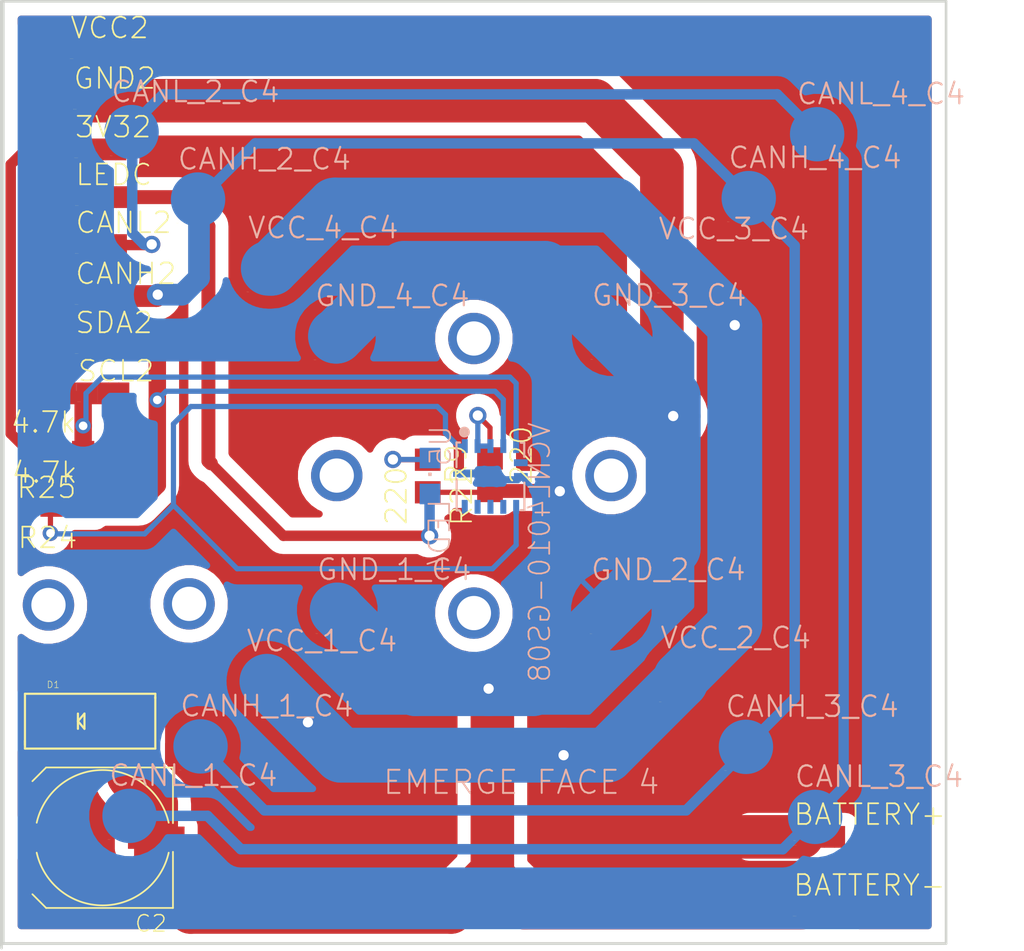
<source format=kicad_pcb>
(kicad_pcb (version 4) (host pcbnew 4.0.6)

  (general
    (links 38)
    (no_connects 0)
    (area 98.625099 74.444899 155.423657 129.974701)
    (thickness 1.6)
    (drawings 11)
    (tracks 195)
    (zones 0)
    (modules 34)
    (nets 11)
  )

  (page A4)
  (layers
    (0 Top signal)
    (31 Bottom signal)
    (32 B.Adhes user)
    (33 F.Adhes user)
    (34 B.Paste user)
    (35 F.Paste user)
    (36 B.SilkS user)
    (37 F.SilkS user)
    (38 B.Mask user)
    (39 F.Mask user)
    (40 Dwgs.User user)
    (41 Cmts.User user)
    (42 Eco1.User user)
    (43 Eco2.User user)
    (44 Edge.Cuts user)
    (45 Margin user)
    (46 B.CrtYd user)
    (47 F.CrtYd user)
    (48 B.Fab user)
    (49 F.Fab user)
  )

  (setup
    (last_trace_width 0.25)
    (trace_clearance 0.2)
    (zone_clearance 0.508)
    (zone_45_only no)
    (trace_min 0.2)
    (segment_width 0.2)
    (edge_width 0.15)
    (via_size 0.6)
    (via_drill 0.4)
    (via_min_size 0.4)
    (via_min_drill 0.3)
    (uvia_size 0.3)
    (uvia_drill 0.1)
    (uvias_allowed no)
    (uvia_min_size 0.2)
    (uvia_min_drill 0.1)
    (pcb_text_width 0.3)
    (pcb_text_size 1.5 1.5)
    (mod_edge_width 0.15)
    (mod_text_size 1 1)
    (mod_text_width 0.15)
    (pad_size 1.524 1.524)
    (pad_drill 0.762)
    (pad_to_mask_clearance 0.2)
    (aux_axis_origin 0 0)
    (visible_elements 7FFFFFFF)
    (pcbplotparams
      (layerselection 0x3ffff_80000001)
      (usegerberextensions false)
      (excludeedgelayer true)
      (linewidth 0.100000)
      (plotframeref false)
      (viasonmask false)
      (mode 1)
      (useauxorigin false)
      (hpglpennumber 1)
      (hpglpenspeed 20)
      (hpglpendiameter 15)
      (hpglpenoverlay 2)
      (psnegative false)
      (psa4output false)
      (plotreference true)
      (plotvalue true)
      (plotinvisibletext false)
      (padsonsilk false)
      (subtractmaskfromsilk false)
      (outputformat 1)
      (mirror false)
      (drillshape 0)
      (scaleselection 1)
      (outputdirectory "C:/Users/Henry Alberto/Documents/GitHub/Psoc_Modular/PCB/Gerber_Robot_Single/Face_4/"))
  )

  (net 0 "")
  (net 1 N$17)
  (net 2 GND4)
  (net 3 3V3_C4)
  (net 4 LED_S4_C4)
  (net 5 VCC_C4)
  (net 6 CANL_C4)
  (net 7 CANH_C4)
  (net 8 N$46)
  (net 9 SCL_S4_U_1)
  (net 10 SDA_S4_U_1)

  (net_class Default "Esta es la clase de red por defecto."
    (clearance 0.2)
    (trace_width 0.25)
    (via_dia 0.6)
    (via_drill 0.4)
    (uvia_dia 0.3)
    (uvia_drill 0.1)
    (add_net 3V3_C4)
    (add_net CANH_C4)
    (add_net CANL_C4)
    (add_net GND4)
    (add_net LED_S4_C4)
    (add_net N$17)
    (add_net N$46)
    (add_net SCL_S4_U_1)
    (add_net SDA_S4_U_1)
    (add_net VCC_C4)
  )

  (module CHIPLED_0805 (layer Bottom) (tedit 0) (tstamp 590FCA36)
    (at 124.0793 102.2303 180)
    (descr "<b>CHIPLED</b><p>\nSource: http://www.osram.convergy.de/ ... LG_R971.pdf")
    (fp_text reference LED4 (at -1.27 -1.27 450) (layer B.SilkS)
      (effects (font (size 1.2065 1.2065) (thickness 0.1016)) (justify left bottom mirror))
    )
    (fp_text value "" (at 2.54 -1.27 450) (layer B.SilkS)
      (effects (font (size 1.2065 1.2065) (thickness 0.1016)) (justify left bottom mirror))
    )
    (fp_arc (start 0 1) (end -0.35 1) (angle 180) (layer Dwgs.User) (width 0.1016))
    (fp_arc (start 0 -1) (end -0.35 -1) (angle -180) (layer Dwgs.User) (width 0.1016))
    (fp_line (start 0.575 0.525) (end 0.575 -0.525) (layer Dwgs.User) (width 0.1016))
    (fp_line (start -0.575 -0.5) (end -0.575 0.925) (layer Dwgs.User) (width 0.1016))
    (fp_circle (center -0.45 0.85) (end -0.347 0.85) (layer Dwgs.User) (width 0.1016))
    (fp_poly (pts (xy 0.3 0.5) (xy 0.625 0.5) (xy 0.625 1) (xy 0.3 1)) (layer Dwgs.User) (width 0))
    (fp_poly (pts (xy -0.325 0.5) (xy -0.175 0.5) (xy -0.175 0.75) (xy -0.325 0.75)) (layer Dwgs.User) (width 0))
    (fp_poly (pts (xy 0.175 0.5) (xy 0.325 0.5) (xy 0.325 0.75) (xy 0.175 0.75)) (layer Dwgs.User) (width 0))
    (fp_poly (pts (xy -0.2 0.5) (xy 0.2 0.5) (xy 0.2 0.675) (xy -0.2 0.675)) (layer Dwgs.User) (width 0))
    (fp_poly (pts (xy 0.3 -1) (xy 0.625 -1) (xy 0.625 -0.5) (xy 0.3 -0.5)) (layer Dwgs.User) (width 0))
    (fp_poly (pts (xy -0.625 -1) (xy -0.3 -1) (xy -0.3 -0.5) (xy -0.625 -0.5)) (layer Dwgs.User) (width 0))
    (fp_poly (pts (xy 0.175 -0.75) (xy 0.325 -0.75) (xy 0.325 -0.5) (xy 0.175 -0.5)) (layer Dwgs.User) (width 0))
    (fp_poly (pts (xy -0.325 -0.75) (xy -0.175 -0.75) (xy -0.175 -0.5) (xy -0.325 -0.5)) (layer Dwgs.User) (width 0))
    (fp_poly (pts (xy -0.2 -0.675) (xy 0.2 -0.675) (xy 0.2 -0.5) (xy -0.2 -0.5)) (layer Dwgs.User) (width 0))
    (fp_poly (pts (xy -0.1 0) (xy 0.1 0) (xy 0.1 0.2) (xy -0.1 0.2)) (layer B.SilkS) (width 0))
    (fp_poly (pts (xy -0.6 0.5) (xy -0.3 0.5) (xy -0.3 0.8) (xy -0.6 0.8)) (layer Dwgs.User) (width 0))
    (fp_poly (pts (xy -0.625 0.925) (xy -0.4 0.925) (xy -0.4 1) (xy -0.625 1)) (layer Dwgs.User) (width 0))
    (pad C smd rect (at 0 1.05 180) (size 1.2 1.2) (layers Bottom B.Paste B.Mask)
      (net 1 N$17))
    (pad A smd rect (at 0 -1.05 180) (size 1.2 1.2) (layers Bottom B.Paste B.Mask)
      (net 4 LED_S4_C4))
  )

  (module R0805 (layer Top) (tedit 0) (tstamp 590FCAB2)
    (at 123.9523 102.2303 270)
    (descr <b>RESISTOR</b><p>)
    (fp_text reference R22 (at -0.635 -1.27 270) (layer F.SilkS)
      (effects (font (size 1.2065 1.2065) (thickness 0.1016)) (justify right top))
    )
    (fp_text value 220 (at -0.635 2.54 270) (layer F.SilkS)
      (effects (font (size 1.2065 1.2065) (thickness 0.1016)) (justify right top))
    )
    (fp_line (start -0.41 -0.635) (end 0.41 -0.635) (layer Dwgs.User) (width 0.1524))
    (fp_line (start -0.41 0.635) (end 0.41 0.635) (layer Dwgs.User) (width 0.1524))
    (fp_poly (pts (xy 0.4064 0.6985) (xy 1.0564 0.6985) (xy 1.0564 -0.7015) (xy 0.4064 -0.7015)) (layer Dwgs.User) (width 0))
    (fp_poly (pts (xy -1.0668 0.6985) (xy -0.4168 0.6985) (xy -0.4168 -0.7015) (xy -1.0668 -0.7015)) (layer Dwgs.User) (width 0))
    (fp_poly (pts (xy -0.1999 0.5001) (xy 0.1999 0.5001) (xy 0.1999 -0.5001) (xy -0.1999 -0.5001)) (layer F.Adhes) (width 0))
    (pad 1 smd rect (at -0.95 0 270) (size 1.3 1.5) (layers Top F.Paste F.Mask)
      (net 1 N$17))
    (pad 2 smd rect (at 0.95 0 270) (size 1.3 1.5) (layers Top F.Paste F.Mask)
      (net 2 GND4))
  )

  (module B2,54 (layer Top) (tedit 0) (tstamp 590FCEC1)
    (at 138.7113 114.0313)
    (descr "<b>TEST PAD</b>")
    (fp_text reference VCC_2_C4 (at -1.27 -1.651) (layer B.SilkS)
      (effects (font (size 1.2065 1.2065) (thickness 0.127)) (justify left bottom))
    )
    (fp_text value TPB2,54 (at -1.27 1.397) (layer F.SilkS)
      (effects (font (size 0.02413 0.02413) (thickness 0.002032)) (justify left bottom))
    )
    (fp_circle (center 0 0) (end 0.635 0) (layer Cmts.User) (width 0.254))
    (fp_text user >TP_SIGNAL_NAME (at -1.27 3.175) (layer Cmts.User)
      (effects (font (size 0.95 0.95) (thickness 0.08)) (justify left bottom))
    )
    (pad TP smd circle (at 0 0 180) (size 2.54 2.54) (layers Bottom B.Paste B.Mask)
      (net 5 VCC_C4))
    (pad P$1 smd circle (at 0 0 90) (size 3.175 3.175) (layers Bottom B.Paste B.Mask))
  )

  (module B2,54 (layer Top) (tedit 0) (tstamp 590FCEC8)
    (at 114.5713 114.2123)
    (descr "<b>TEST PAD</b>")
    (fp_text reference VCC_1_C4 (at -1.27 -1.651) (layer B.SilkS)
      (effects (font (size 1.2065 1.2065) (thickness 0.127)) (justify left bottom))
    )
    (fp_text value TPB2,54 (at -1.27 1.397) (layer F.SilkS)
      (effects (font (size 0.02413 0.02413) (thickness 0.002032)) (justify left bottom))
    )
    (fp_circle (center 0 0) (end 0.635 0) (layer Cmts.User) (width 0.254))
    (fp_text user >TP_SIGNAL_NAME (at -1.27 3.175) (layer Cmts.User)
      (effects (font (size 0.95 0.95) (thickness 0.08)) (justify left bottom))
    )
    (pad TP smd circle (at 0 0 180) (size 2.54 2.54) (layers Bottom B.Paste B.Mask)
      (net 5 VCC_C4))
    (pad P$1 smd circle (at 0 0 90) (size 3.175 3.175) (layers Bottom B.Paste B.Mask))
  )

  (module B2,54 (layer Top) (tedit 0) (tstamp 590FCECF)
    (at 138.6003 90.1623)
    (descr "<b>TEST PAD</b>")
    (fp_text reference VCC_3_C4 (at -1.27 -1.651) (layer B.SilkS)
      (effects (font (size 1.2065 1.2065) (thickness 0.127)) (justify left bottom))
    )
    (fp_text value TPB2,54 (at -1.27 1.397) (layer F.SilkS)
      (effects (font (size 0.02413 0.02413) (thickness 0.002032)) (justify left bottom))
    )
    (fp_circle (center 0 0) (end 0.635 0) (layer Cmts.User) (width 0.254))
    (fp_text user >TP_SIGNAL_NAME (at -1.27 3.175) (layer Cmts.User)
      (effects (font (size 0.95 0.95) (thickness 0.08)) (justify left bottom))
    )
    (pad TP smd circle (at 0 0 180) (size 2.54 2.54) (layers Bottom B.Paste B.Mask)
      (net 5 VCC_C4))
    (pad P$1 smd circle (at 0 0 90) (size 3.175 3.175) (layers Bottom B.Paste B.Mask))
  )

  (module B2,54 (layer Top) (tedit 0) (tstamp 590FCED6)
    (at 114.6503 90.1023)
    (descr "<b>TEST PAD</b>")
    (fp_text reference VCC_4_C4 (at -1.27 -1.651) (layer B.SilkS)
      (effects (font (size 1.2065 1.2065) (thickness 0.127)) (justify left bottom))
    )
    (fp_text value TPB2,54 (at -1.27 1.397) (layer F.SilkS)
      (effects (font (size 0.02413 0.02413) (thickness 0.002032)) (justify left bottom))
    )
    (fp_circle (center 0 0) (end 0.635 0) (layer Cmts.User) (width 0.254))
    (fp_text user >TP_SIGNAL_NAME (at -1.27 3.175) (layer Cmts.User)
      (effects (font (size 0.95 0.95) (thickness 0.08)) (justify left bottom))
    )
    (pad TP smd circle (at 0 0 180) (size 2.54 2.54) (layers Bottom B.Paste B.Mask)
      (net 5 VCC_C4))
    (pad P$1 smd circle (at 0 0 90) (size 3.175 3.175) (layers Bottom B.Paste B.Mask))
  )

  (module B2,54 (layer Top) (tedit 0) (tstamp 590FCEDD)
    (at 134.6663 110.0583)
    (descr "<b>TEST PAD</b>")
    (fp_text reference GND_2_C4 (at -1.27 -1.651) (layer B.SilkS)
      (effects (font (size 1.2065 1.2065) (thickness 0.127)) (justify left bottom))
    )
    (fp_text value TPB2,54 (at -1.27 1.397) (layer F.SilkS)
      (effects (font (size 0.02413 0.02413) (thickness 0.002032)) (justify left bottom))
    )
    (fp_circle (center 0 0) (end 0.635 0) (layer Cmts.User) (width 0.254))
    (fp_text user >TP_SIGNAL_NAME (at -1.27 3.175) (layer Cmts.User)
      (effects (font (size 0.95 0.95) (thickness 0.08)) (justify left bottom))
    )
    (pad TP smd circle (at 0 0 180) (size 2.54 2.54) (layers Bottom B.Paste B.Mask)
      (net 2 GND4))
    (pad P$1 smd circle (at 0 0 90) (size 3.175 3.175) (layers Bottom B.Paste B.Mask))
  )

  (module B2,54 (layer Top) (tedit 0) (tstamp 590FCEE4)
    (at 118.6743 110.0463)
    (descr "<b>TEST PAD</b>")
    (fp_text reference GND_1_C4 (at -1.27 -1.651) (layer B.SilkS)
      (effects (font (size 1.2065 1.2065) (thickness 0.127)) (justify left bottom))
    )
    (fp_text value TPB2,54 (at -1.27 1.397) (layer F.SilkS)
      (effects (font (size 0.02413 0.02413) (thickness 0.002032)) (justify left bottom))
    )
    (fp_circle (center 0 0) (end 0.635 0) (layer Cmts.User) (width 0.254))
    (fp_text user >TP_SIGNAL_NAME (at -1.27 3.175) (layer Cmts.User)
      (effects (font (size 0.95 0.95) (thickness 0.08)) (justify left bottom))
    )
    (pad TP smd circle (at 0 0 180) (size 2.54 2.54) (layers Bottom B.Paste B.Mask)
      (net 2 GND4))
    (pad P$1 smd circle (at 0 0 90) (size 3.175 3.175) (layers Bottom B.Paste B.Mask))
  )

  (module B2,54 (layer Top) (tedit 0) (tstamp 590FCEEB)
    (at 134.7153 94.0413)
    (descr "<b>TEST PAD</b>")
    (fp_text reference GND_3_C4 (at -1.27 -1.651) (layer B.SilkS)
      (effects (font (size 1.2065 1.2065) (thickness 0.127)) (justify left bottom))
    )
    (fp_text value TPB2,54 (at -1.27 1.397) (layer F.SilkS)
      (effects (font (size 0.02413 0.02413) (thickness 0.002032)) (justify left bottom))
    )
    (fp_circle (center 0 0) (end 0.635 0) (layer Cmts.User) (width 0.254))
    (fp_text user >TP_SIGNAL_NAME (at -1.27 3.175) (layer Cmts.User)
      (effects (font (size 0.95 0.95) (thickness 0.08)) (justify left bottom))
    )
    (pad TP smd circle (at 0 0 180) (size 2.54 2.54) (layers Bottom B.Paste B.Mask)
      (net 2 GND4))
    (pad P$1 smd circle (at 0 0 90) (size 3.175 3.175) (layers Bottom B.Paste B.Mask))
  )

  (module B2,54 (layer Top) (tedit 0) (tstamp 590FCEF2)
    (at 118.5683 94.0673)
    (descr "<b>TEST PAD</b>")
    (fp_text reference GND_4_C4 (at -1.27 -1.651) (layer B.SilkS)
      (effects (font (size 1.2065 1.2065) (thickness 0.127)) (justify left bottom))
    )
    (fp_text value TPB2,54 (at -1.27 1.397) (layer F.SilkS)
      (effects (font (size 0.02413 0.02413) (thickness 0.002032)) (justify left bottom))
    )
    (fp_circle (center 0 0) (end 0.635 0) (layer Cmts.User) (width 0.254))
    (fp_text user >TP_SIGNAL_NAME (at -1.27 3.175) (layer Cmts.User)
      (effects (font (size 0.95 0.95) (thickness 0.08)) (justify left bottom))
    )
    (pad TP smd circle (at 0 0 180) (size 2.54 2.54) (layers Bottom B.Paste B.Mask)
      (net 2 GND4))
    (pad P$1 smd circle (at 0 0 90) (size 3.175 3.175) (layers Bottom B.Paste B.Mask))
  )

  (module B2,54 (layer Top) (tedit 0) (tstamp 590FCEF9)
    (at 106.6743 82.1543)
    (descr "<b>TEST PAD</b>")
    (fp_text reference CANL_2_C4 (at -1.27 -1.651) (layer B.SilkS)
      (effects (font (size 1.2065 1.2065) (thickness 0.127)) (justify left bottom))
    )
    (fp_text value TPB2,54 (at -1.27 1.397) (layer F.SilkS)
      (effects (font (size 0.02413 0.02413) (thickness 0.002032)) (justify left bottom))
    )
    (fp_circle (center 0 0) (end 0.635 0) (layer Cmts.User) (width 0.254))
    (fp_text user >TP_SIGNAL_NAME (at -1.27 3.175) (layer Cmts.User)
      (effects (font (size 0.95 0.95) (thickness 0.08)) (justify left bottom))
    )
    (pad TP smd circle (at 0 0 180) (size 2.54 2.54) (layers Bottom B.Paste B.Mask)
      (net 6 CANL_C4))
    (pad P$1 smd circle (at 0 0 90) (size 3.175 3.175) (layers Bottom B.Paste B.Mask))
  )

  (module B2,54 (layer Top) (tedit 0) (tstamp 590FCF00)
    (at 106.5553 122.0673)
    (descr "<b>TEST PAD</b>")
    (fp_text reference CANL_1_C4 (at -1.27 -1.651) (layer B.SilkS)
      (effects (font (size 1.2065 1.2065) (thickness 0.127)) (justify left bottom))
    )
    (fp_text value TPB2,54 (at -1.27 1.397) (layer F.SilkS)
      (effects (font (size 0.02413 0.02413) (thickness 0.002032)) (justify left bottom))
    )
    (fp_circle (center 0 0) (end 0.635 0) (layer Cmts.User) (width 0.254))
    (fp_text user >TP_SIGNAL_NAME (at -1.27 3.175) (layer Cmts.User)
      (effects (font (size 0.95 0.95) (thickness 0.08)) (justify left bottom))
    )
    (pad TP smd circle (at 0 0 180) (size 2.54 2.54) (layers Bottom B.Paste B.Mask)
      (net 6 CANL_C4))
    (pad P$1 smd circle (at 0 0 90) (size 3.175 3.175) (layers Bottom B.Paste B.Mask))
  )

  (module B2,54 (layer Top) (tedit 0) (tstamp 590FCF07)
    (at 146.5523 122.1283)
    (descr "<b>TEST PAD</b>")
    (fp_text reference CANL_3_C4 (at -1.27 -1.651) (layer B.SilkS)
      (effects (font (size 1.2065 1.2065) (thickness 0.127)) (justify left bottom))
    )
    (fp_text value TPB2,54 (at -1.27 1.397) (layer F.SilkS)
      (effects (font (size 0.02413 0.02413) (thickness 0.002032)) (justify left bottom))
    )
    (fp_circle (center 0 0) (end 0.635 0) (layer Cmts.User) (width 0.254))
    (fp_text user >TP_SIGNAL_NAME (at -1.27 3.175) (layer Cmts.User)
      (effects (font (size 0.95 0.95) (thickness 0.08)) (justify left bottom))
    )
    (pad TP smd circle (at 0 0 180) (size 2.54 2.54) (layers Bottom B.Paste B.Mask)
      (net 6 CANL_C4))
    (pad P$1 smd circle (at 0 0 90) (size 3.175 3.175) (layers Bottom B.Paste B.Mask))
  )

  (module B2,54 (layer Top) (tedit 0) (tstamp 590FCF0E)
    (at 146.6693 82.2783)
    (descr "<b>TEST PAD</b>")
    (fp_text reference CANL_4_C4 (at -1.27 -1.651) (layer B.SilkS)
      (effects (font (size 1.2065 1.2065) (thickness 0.127)) (justify left bottom))
    )
    (fp_text value TPB2,54 (at -1.27 1.397) (layer F.SilkS)
      (effects (font (size 0.02413 0.02413) (thickness 0.002032)) (justify left bottom))
    )
    (fp_circle (center 0 0) (end 0.635 0) (layer Cmts.User) (width 0.254))
    (fp_text user >TP_SIGNAL_NAME (at -1.27 3.175) (layer Cmts.User)
      (effects (font (size 0.95 0.95) (thickness 0.08)) (justify left bottom))
    )
    (pad TP smd circle (at 0 0 180) (size 2.54 2.54) (layers Bottom B.Paste B.Mask)
      (net 6 CANL_C4))
    (pad P$1 smd circle (at 0 0 90) (size 3.175 3.175) (layers Bottom B.Paste B.Mask))
  )

  (module B2,54 (layer Top) (tedit 0) (tstamp 590FCF15)
    (at 110.5513 86.0903)
    (descr "<b>TEST PAD</b>")
    (fp_text reference CANH_2_C4 (at -1.27 -1.651) (layer B.SilkS)
      (effects (font (size 1.2065 1.2065) (thickness 0.127)) (justify left bottom))
    )
    (fp_text value TPB2,54 (at -1.27 1.397) (layer F.SilkS)
      (effects (font (size 0.02413 0.02413) (thickness 0.002032)) (justify left bottom))
    )
    (fp_circle (center 0 0) (end 0.635 0) (layer Cmts.User) (width 0.254))
    (fp_text user >TP_SIGNAL_NAME (at -1.27 3.175) (layer Cmts.User)
      (effects (font (size 0.95 0.95) (thickness 0.08)) (justify left bottom))
    )
    (pad TP smd circle (at 0 0 180) (size 2.54 2.54) (layers Bottom B.Paste B.Mask)
      (net 7 CANH_C4))
    (pad P$1 smd circle (at 0 0 90) (size 3.175 3.175) (layers Bottom B.Paste B.Mask))
  )

  (module B2,54 (layer Top) (tedit 0) (tstamp 590FCF1C)
    (at 110.6963 118.0133)
    (descr "<b>TEST PAD</b>")
    (fp_text reference CANH_1_C4 (at -1.27 -1.651) (layer B.SilkS)
      (effects (font (size 1.2065 1.2065) (thickness 0.127)) (justify left bottom))
    )
    (fp_text value TPB2,54 (at -1.27 1.397) (layer F.SilkS)
      (effects (font (size 0.02413 0.02413) (thickness 0.002032)) (justify left bottom))
    )
    (fp_circle (center 0 0) (end 0.635 0) (layer Cmts.User) (width 0.254))
    (fp_text user >TP_SIGNAL_NAME (at -1.27 3.175) (layer Cmts.User)
      (effects (font (size 0.95 0.95) (thickness 0.08)) (justify left bottom))
    )
    (pad TP smd circle (at 0 0 180) (size 2.54 2.54) (layers Bottom B.Paste B.Mask)
      (net 7 CANH_C4))
    (pad P$1 smd circle (at 0 0 90) (size 3.175 3.175) (layers Bottom B.Paste B.Mask))
  )

  (module B2,54 (layer Top) (tedit 0) (tstamp 590FCF23)
    (at 142.5153 118.0403)
    (descr "<b>TEST PAD</b>")
    (fp_text reference CANH_3_C4 (at -1.27 -1.651) (layer B.SilkS)
      (effects (font (size 1.2065 1.2065) (thickness 0.127)) (justify left bottom))
    )
    (fp_text value TPB2,54 (at -1.27 1.397) (layer F.SilkS)
      (effects (font (size 0.02413 0.02413) (thickness 0.002032)) (justify left bottom))
    )
    (fp_circle (center 0 0) (end 0.635 0) (layer Cmts.User) (width 0.254))
    (fp_text user >TP_SIGNAL_NAME (at -1.27 3.175) (layer Cmts.User)
      (effects (font (size 0.95 0.95) (thickness 0.08)) (justify left bottom))
    )
    (pad TP smd circle (at 0 0 180) (size 2.54 2.54) (layers Bottom B.Paste B.Mask)
      (net 7 CANH_C4))
    (pad P$1 smd circle (at 0 0 90) (size 3.175 3.175) (layers Bottom B.Paste B.Mask))
  )

  (module B2,54 (layer Top) (tedit 0) (tstamp 590FCF2A)
    (at 142.6803 86.0083)
    (descr "<b>TEST PAD</b>")
    (fp_text reference CANH_4_C4 (at -1.27 -1.651) (layer B.SilkS)
      (effects (font (size 1.2065 1.2065) (thickness 0.127)) (justify left bottom))
    )
    (fp_text value TPB2,54 (at -1.27 1.397) (layer F.SilkS)
      (effects (font (size 0.02413 0.02413) (thickness 0.002032)) (justify left bottom))
    )
    (fp_circle (center 0 0) (end 0.635 0) (layer Cmts.User) (width 0.254))
    (fp_text user >TP_SIGNAL_NAME (at -1.27 3.175) (layer Cmts.User)
      (effects (font (size 0.95 0.95) (thickness 0.08)) (justify left bottom))
    )
    (pad TP smd circle (at 0 0 180) (size 2.54 2.54) (layers Bottom B.Paste B.Mask)
      (net 7 CANH_C4))
    (pad P$1 smd circle (at 0 0 90) (size 3.175 3.175) (layers Bottom B.Paste B.Mask))
  )

  (module R0805 (layer Top) (tedit 0) (tstamp 590FCFC3)
    (at 127.5845 102.1541 90)
    (descr <b>RESISTOR</b><p>)
    (fp_text reference R9 (at -0.635 -1.27 90) (layer F.SilkS)
      (effects (font (size 1.2065 1.2065) (thickness 0.1016)) (justify left bottom))
    )
    (fp_text value 220 (at -0.635 2.54 90) (layer F.SilkS)
      (effects (font (size 1.2065 1.2065) (thickness 0.1016)) (justify left bottom))
    )
    (fp_line (start -0.41 -0.635) (end 0.41 -0.635) (layer Dwgs.User) (width 0.1524))
    (fp_line (start -0.41 0.635) (end 0.41 0.635) (layer Dwgs.User) (width 0.1524))
    (fp_poly (pts (xy 0.4064 0.6985) (xy 1.0564 0.6985) (xy 1.0564 -0.7015) (xy 0.4064 -0.7015)) (layer Dwgs.User) (width 0))
    (fp_poly (pts (xy -1.0668 0.6985) (xy -0.4168 0.6985) (xy -0.4168 -0.7015) (xy -1.0668 -0.7015)) (layer Dwgs.User) (width 0))
    (fp_poly (pts (xy -0.1999 0.5001) (xy 0.1999 0.5001) (xy 0.1999 -0.5001) (xy -0.1999 -0.5001)) (layer F.Adhes) (width 0))
    (pad 1 smd rect (at -0.95 0 90) (size 1.3 1.5) (layers Top F.Paste F.Mask)
      (net 2 GND4))
    (pad 2 smd rect (at 0.95 0 90) (size 1.3 1.5) (layers Top F.Paste F.Mask)
      (net 8 N$46))
  )

  (module XDCR_VCNL4010-GS08 (layer Bottom) (tedit 0) (tstamp 590FD119)
    (at 127.6099 102.2557 270)
    (fp_text reference U5 (at -3.06 2.2 270) (layer B.SilkS)
      (effects (font (size 1.2065 1.2065) (thickness 0.1016)) (justify left bottom mirror))
    )
    (fp_text value VCNL4010-GS08 (at -3.25 -3.58 270) (layer B.SilkS)
      (effects (font (size 1.2065 1.2065) (thickness 0.1016)) (justify left bottom mirror))
    )
    (fp_line (start -1.975 1.975) (end -1.975 -1.975) (layer Dwgs.User) (width 0.127))
    (fp_line (start -1.975 -1.975) (end 1.975 -1.975) (layer Dwgs.User) (width 0.127))
    (fp_line (start 1.975 -1.975) (end 1.975 1.975) (layer Dwgs.User) (width 0.127))
    (fp_line (start 1.975 1.975) (end -1.975 1.975) (layer Dwgs.User) (width 0.127))
    (fp_line (start -1.98 1.78) (end -1.98 1.98) (layer B.SilkS) (width 0.127))
    (fp_line (start -1.98 1.98) (end -0.54 1.98) (layer B.SilkS) (width 0.127))
    (fp_line (start 0.17 1.97) (end 1.98 1.97) (layer B.SilkS) (width 0.127))
    (fp_line (start 1.98 1.97) (end 1.98 1.79) (layer B.SilkS) (width 0.127))
    (fp_line (start -1.97 -1.77) (end -1.97 -1.97) (layer B.SilkS) (width 0.127))
    (fp_line (start -1.97 -1.97) (end -1.14 -1.97) (layer B.SilkS) (width 0.127))
    (fp_line (start 1.97 -1.76) (end 1.97 -1.98) (layer B.SilkS) (width 0.127))
    (fp_line (start 1.97 -1.98) (end 0.36 -1.98) (layer B.SilkS) (width 0.127))
    (fp_circle (center -2.59 1.52) (end -2.425991 1.52) (layer B.SilkS) (width 0.3048))
    (fp_circle (center -2.59 1.51) (end -2.558378 1.51) (layer B.SilkS) (width 0.127))
    (pad 1 smd rect (at -1.7725 1.5 270) (size 0.805 0.35) (layers Bottom B.Paste B.Mask)
      (net 3 3V3_C4))
    (pad 2 smd rect (at -1.7725 0.75 270) (size 0.805 0.35) (layers Bottom B.Paste B.Mask)
      (net 8 N$46))
    (pad 3 smd rect (at -1.7725 0 270) (size 0.805 0.35) (layers Bottom B.Paste B.Mask)
      (net 8 N$46))
    (pad 4 smd rect (at -1.7725 -0.75 270) (size 0.805 0.35) (layers Bottom B.Paste B.Mask)
      (net 10 SDA_S4_U_1))
    (pad 5 smd rect (at -1.7725 -1.5 270) (size 0.805 0.35) (layers Bottom B.Paste B.Mask)
      (net 9 SCL_S4_U_1))
    (pad 6 smd rect (at -0.8 -1.7725 180) (size 0.805 0.4) (layers Bottom B.Paste B.Mask))
    (pad 7 smd rect (at 1.7725 -1.5 90) (size 0.805 0.35) (layers Bottom B.Paste B.Mask)
      (net 3 3V3_C4))
    (pad 8 smd rect (at 1.7725 -0.75 90) (size 0.805 0.35) (layers Bottom B.Paste B.Mask))
    (pad 9 smd rect (at 1.7725 0 90) (size 0.805 0.35) (layers Bottom B.Paste B.Mask))
    (pad 10 smd rect (at 1.7725 0.75 90) (size 0.805 0.35) (layers Bottom B.Paste B.Mask))
    (pad 11 smd rect (at 1.7725 1.5 90) (size 0.805 0.35) (layers Bottom B.Paste B.Mask))
    (pad 12 smd rect (at -0.175 1.7725) (size 0.805 0.4) (layers Bottom B.Paste B.Mask)
      (net 2 GND4))
    (pad 13 smd rect (at 0 -1.7725 180) (size 0.805 0.4) (layers Bottom B.Paste B.Mask)
      (net 2 GND4))
  )

  (module R0805 (layer Top) (tedit 0) (tstamp 590FD1F5)
    (at 102.9553 103.8599 180)
    (descr <b>RESISTOR</b><p>)
    (fp_text reference R24 (at -0.635 -1.27 180) (layer F.SilkS)
      (effects (font (size 1.2065 1.2065) (thickness 0.1016)) (justify right top))
    )
    (fp_text value 4.7k (at -0.635 2.54 180) (layer F.SilkS)
      (effects (font (size 1.2065 1.2065) (thickness 0.1016)) (justify right top))
    )
    (fp_line (start -0.41 -0.635) (end 0.41 -0.635) (layer Dwgs.User) (width 0.1524))
    (fp_line (start -0.41 0.635) (end 0.41 0.635) (layer Dwgs.User) (width 0.1524))
    (fp_poly (pts (xy 0.4064 0.6985) (xy 1.0564 0.6985) (xy 1.0564 -0.7015) (xy 0.4064 -0.7015)) (layer Dwgs.User) (width 0))
    (fp_poly (pts (xy -1.0668 0.6985) (xy -0.4168 0.6985) (xy -0.4168 -0.7015) (xy -1.0668 -0.7015)) (layer Dwgs.User) (width 0))
    (fp_poly (pts (xy -0.1999 0.5001) (xy 0.1999 0.5001) (xy 0.1999 -0.5001) (xy -0.1999 -0.5001)) (layer F.Adhes) (width 0))
    (pad 1 smd rect (at -0.95 0 180) (size 1.3 1.5) (layers Top F.Paste F.Mask)
      (net 10 SDA_S4_U_1))
    (pad 2 smd rect (at 0.95 0 180) (size 1.3 1.5) (layers Top F.Paste F.Mask)
      (net 3 3V3_C4))
  )

  (module R0805 (layer Top) (tedit 0) (tstamp 590FD1FF)
    (at 102.8979 100.9323 180)
    (descr <b>RESISTOR</b><p>)
    (fp_text reference R25 (at -0.635 -1.27 180) (layer F.SilkS)
      (effects (font (size 1.2065 1.2065) (thickness 0.1016)) (justify right top))
    )
    (fp_text value 4.7k (at -0.635 2.54 180) (layer F.SilkS)
      (effects (font (size 1.2065 1.2065) (thickness 0.1016)) (justify right top))
    )
    (fp_line (start -0.41 -0.635) (end 0.41 -0.635) (layer Dwgs.User) (width 0.1524))
    (fp_line (start -0.41 0.635) (end 0.41 0.635) (layer Dwgs.User) (width 0.1524))
    (fp_poly (pts (xy 0.4064 0.6985) (xy 1.0564 0.6985) (xy 1.0564 -0.7015) (xy 0.4064 -0.7015)) (layer Dwgs.User) (width 0))
    (fp_poly (pts (xy -1.0668 0.6985) (xy -0.4168 0.6985) (xy -0.4168 -0.7015) (xy -1.0668 -0.7015)) (layer Dwgs.User) (width 0))
    (fp_poly (pts (xy -0.1999 0.5001) (xy 0.1999 0.5001) (xy 0.1999 -0.5001) (xy -0.1999 -0.5001)) (layer F.Adhes) (width 0))
    (pad 1 smd rect (at -0.95 0 180) (size 1.3 1.5) (layers Top F.Paste F.Mask)
      (net 9 SCL_S4_U_1))
    (pad 2 smd rect (at 0.95 0 180) (size 1.3 1.5) (layers Top F.Paste F.Mask)
      (net 3 3V3_C4))
  )

  (module TP11R (layer Top) (tedit 0) (tstamp 590FD255)
    (at 145.7727 123.2929)
    (descr "<b>TEST PAD</b>")
    (fp_text reference BATTERY+ (at -0.5499 -0.5999) (layer F.SilkS)
      (effects (font (size 1.2065 1.2065) (thickness 0.1016)) (justify left bottom))
    )
    (fp_text value PTR1TP11R (at -0.508 0.508) (layer F.SilkS)
      (effects (font (size 0.02413 0.02413) (thickness 0.002032)) (justify left bottom))
    )
    (fp_text user >TP_SIGNAL_NAME (at 0 1.905) (layer Cmts.User)
      (effects (font (size 0.95 0.95) (thickness 0.08)) (justify left bottom))
    )
    (pad TP smd circle (at 0 0) (size 1.1 1.1) (layers Top F.Paste F.Mask)
      (net 5 VCC_C4))
    (pad P$1 smd rect (at 0.381 0 90) (size 1.27 0.635) (layers Top F.Paste F.Mask))
    (pad P$2 smd rect (at 1.016 0 90) (size 1.27 0.635) (layers Top F.Paste F.Mask))
    (pad P$3 smd rect (at -0.254 0 90) (size 1.27 0.635) (layers Top F.Paste F.Mask))
    (pad P$4 smd rect (at -0.889 0 90) (size 1.27 0.635) (layers Top F.Paste F.Mask))
    (pad P$5 smd rect (at -1.524 0 90) (size 1.27 0.635) (layers Top F.Paste F.Mask))
    (pad P$6 smd rect (at 1.6129 0 90) (size 1.27 0.635) (layers Top F.Paste F.Mask))
    (pad P$7 smd rect (at 2.2098 0 90) (size 1.27 0.635) (layers Top F.Paste F.Mask))
    (pad P$8 smd rect (at -2.1463 0 90) (size 1.27 0.635) (layers Top F.Paste F.Mask))
    (pad P$9 smd rect (at -2.7686 0 90) (size 1.27 0.635) (layers Top F.Paste F.Mask))
  )

  (module TP11R (layer Top) (tedit 0) (tstamp 590FD263)
    (at 145.7545 127.4269)
    (descr "<b>TEST PAD</b>")
    (fp_text reference BATTERY- (at -0.5499 -0.5999) (layer F.SilkS)
      (effects (font (size 1.2065 1.2065) (thickness 0.1016)) (justify left bottom))
    )
    (fp_text value PTR1TP11R (at -0.508 0.508) (layer F.SilkS)
      (effects (font (size 0.02413 0.02413) (thickness 0.002032)) (justify left bottom))
    )
    (fp_text user >TP_SIGNAL_NAME (at 0 1.905) (layer Cmts.User)
      (effects (font (size 0.95 0.95) (thickness 0.08)) (justify left bottom))
    )
    (pad TP smd circle (at 0 0) (size 1.1 1.1) (layers Top F.Paste F.Mask)
      (net 2 GND4))
    (pad P$1 smd rect (at 0.381 0 90) (size 1.27 0.635) (layers Top F.Paste F.Mask))
    (pad P$2 smd rect (at 1.016 0 90) (size 1.27 0.635) (layers Top F.Paste F.Mask))
    (pad P$3 smd rect (at -0.254 0 90) (size 1.27 0.635) (layers Top F.Paste F.Mask))
    (pad P$4 smd rect (at -0.889 0 90) (size 1.27 0.635) (layers Top F.Paste F.Mask))
    (pad P$5 smd rect (at -1.524 0 90) (size 1.27 0.635) (layers Top F.Paste F.Mask))
    (pad P$6 smd rect (at 1.6129 0 90) (size 1.27 0.635) (layers Top F.Paste F.Mask))
    (pad P$7 smd rect (at 2.2098 0 90) (size 1.27 0.635) (layers Top F.Paste F.Mask))
    (pad P$8 smd rect (at -2.1463 0 90) (size 1.27 0.635) (layers Top F.Paste F.Mask))
    (pad P$9 smd rect (at -2.7686 0 90) (size 1.27 0.635) (layers Top F.Paste F.Mask))
  )

  (module TP11R (layer Top) (tedit 0) (tstamp 590FD309)
    (at 103.5771 77.3789)
    (descr "<b>TEST PAD</b>")
    (fp_text reference VCC2 (at -0.5499 -0.5999) (layer F.SilkS)
      (effects (font (size 1.2065 1.2065) (thickness 0.1016)) (justify left bottom))
    )
    (fp_text value PTR1TP11R (at -0.508 0.508) (layer F.SilkS)
      (effects (font (size 0.02413 0.02413) (thickness 0.002032)) (justify left bottom))
    )
    (fp_text user >TP_SIGNAL_NAME (at 0 1.905) (layer Cmts.User)
      (effects (font (size 0.95 0.95) (thickness 0.08)) (justify left bottom))
    )
    (pad TP smd circle (at 0 0) (size 1.1 1.1) (layers Top F.Paste F.Mask)
      (net 5 VCC_C4))
    (pad P$1 smd rect (at 0.381 0 90) (size 1.27 0.635) (layers Top F.Paste F.Mask))
    (pad P$2 smd rect (at 1.016 0 90) (size 1.27 0.635) (layers Top F.Paste F.Mask))
    (pad P$3 smd rect (at -0.254 0 90) (size 1.27 0.635) (layers Top F.Paste F.Mask))
    (pad P$4 smd rect (at -0.889 0 90) (size 1.27 0.635) (layers Top F.Paste F.Mask))
    (pad P$5 smd rect (at -1.524 0 90) (size 1.27 0.635) (layers Top F.Paste F.Mask))
    (pad P$6 smd rect (at 1.6129 0 90) (size 1.27 0.635) (layers Top F.Paste F.Mask))
    (pad P$7 smd rect (at 2.2098 0 90) (size 1.27 0.635) (layers Top F.Paste F.Mask))
    (pad P$8 smd rect (at -2.1463 0 90) (size 1.27 0.635) (layers Top F.Paste F.Mask))
    (pad P$9 smd rect (at -2.7686 0 90) (size 1.27 0.635) (layers Top F.Paste F.Mask))
  )

  (module TP11R (layer Top) (tedit 0) (tstamp 590FD317)
    (at 103.7631 80.3239)
    (descr "<b>TEST PAD</b>")
    (fp_text reference GND2 (at -0.5499 -0.5999) (layer F.SilkS)
      (effects (font (size 1.2065 1.2065) (thickness 0.1016)) (justify left bottom))
    )
    (fp_text value PTR1TP11R (at -0.508 0.508) (layer F.SilkS)
      (effects (font (size 0.02413 0.02413) (thickness 0.002032)) (justify left bottom))
    )
    (fp_text user >TP_SIGNAL_NAME (at 0 1.905) (layer Cmts.User)
      (effects (font (size 0.95 0.95) (thickness 0.08)) (justify left bottom))
    )
    (pad TP smd circle (at 0 0) (size 1.1 1.1) (layers Top F.Paste F.Mask)
      (net 2 GND4))
    (pad P$1 smd rect (at 0.381 0 90) (size 1.27 0.635) (layers Top F.Paste F.Mask))
    (pad P$2 smd rect (at 1.016 0 90) (size 1.27 0.635) (layers Top F.Paste F.Mask))
    (pad P$3 smd rect (at -0.254 0 90) (size 1.27 0.635) (layers Top F.Paste F.Mask))
    (pad P$4 smd rect (at -0.889 0 90) (size 1.27 0.635) (layers Top F.Paste F.Mask))
    (pad P$5 smd rect (at -1.524 0 90) (size 1.27 0.635) (layers Top F.Paste F.Mask))
    (pad P$6 smd rect (at 1.6129 0 90) (size 1.27 0.635) (layers Top F.Paste F.Mask))
    (pad P$7 smd rect (at 2.2098 0 90) (size 1.27 0.635) (layers Top F.Paste F.Mask))
    (pad P$8 smd rect (at -2.1463 0 90) (size 1.27 0.635) (layers Top F.Paste F.Mask))
    (pad P$9 smd rect (at -2.7686 0 90) (size 1.27 0.635) (layers Top F.Paste F.Mask))
  )

  (module TP11R (layer Top) (tedit 0) (tstamp 590FD325)
    (at 103.8751 88.7489)
    (descr "<b>TEST PAD</b>")
    (fp_text reference CANL2 (at -0.5499 -0.5999) (layer F.SilkS)
      (effects (font (size 1.2065 1.2065) (thickness 0.1016)) (justify left bottom))
    )
    (fp_text value PTR1TP11R (at -0.508 0.508) (layer F.SilkS)
      (effects (font (size 0.02413 0.02413) (thickness 0.002032)) (justify left bottom))
    )
    (fp_text user >TP_SIGNAL_NAME (at 0 1.905) (layer Cmts.User)
      (effects (font (size 0.95 0.95) (thickness 0.08)) (justify left bottom))
    )
    (pad TP smd circle (at 0 0) (size 1.1 1.1) (layers Top F.Paste F.Mask)
      (net 6 CANL_C4))
    (pad P$1 smd rect (at 0.381 0 90) (size 1.27 0.635) (layers Top F.Paste F.Mask))
    (pad P$2 smd rect (at 1.016 0 90) (size 1.27 0.635) (layers Top F.Paste F.Mask))
    (pad P$3 smd rect (at -0.254 0 90) (size 1.27 0.635) (layers Top F.Paste F.Mask))
    (pad P$4 smd rect (at -0.889 0 90) (size 1.27 0.635) (layers Top F.Paste F.Mask))
    (pad P$5 smd rect (at -1.524 0 90) (size 1.27 0.635) (layers Top F.Paste F.Mask))
    (pad P$6 smd rect (at 1.6129 0 90) (size 1.27 0.635) (layers Top F.Paste F.Mask))
    (pad P$7 smd rect (at 2.2098 0 90) (size 1.27 0.635) (layers Top F.Paste F.Mask))
    (pad P$8 smd rect (at -2.1463 0 90) (size 1.27 0.635) (layers Top F.Paste F.Mask))
    (pad P$9 smd rect (at -2.7686 0 90) (size 1.27 0.635) (layers Top F.Paste F.Mask))
  )

  (module TP11R (layer Top) (tedit 0) (tstamp 590FD333)
    (at 103.8641 91.7269)
    (descr "<b>TEST PAD</b>")
    (fp_text reference CANH2 (at -0.5499 -0.5999) (layer F.SilkS)
      (effects (font (size 1.2065 1.2065) (thickness 0.1016)) (justify left bottom))
    )
    (fp_text value PTR1TP11R (at -0.508 0.508) (layer F.SilkS)
      (effects (font (size 0.02413 0.02413) (thickness 0.002032)) (justify left bottom))
    )
    (fp_text user >TP_SIGNAL_NAME (at 0 1.905) (layer Cmts.User)
      (effects (font (size 0.95 0.95) (thickness 0.08)) (justify left bottom))
    )
    (pad TP smd circle (at 0 0) (size 1.1 1.1) (layers Top F.Paste F.Mask)
      (net 7 CANH_C4))
    (pad P$1 smd rect (at 0.381 0 90) (size 1.27 0.635) (layers Top F.Paste F.Mask))
    (pad P$2 smd rect (at 1.016 0 90) (size 1.27 0.635) (layers Top F.Paste F.Mask))
    (pad P$3 smd rect (at -0.254 0 90) (size 1.27 0.635) (layers Top F.Paste F.Mask))
    (pad P$4 smd rect (at -0.889 0 90) (size 1.27 0.635) (layers Top F.Paste F.Mask))
    (pad P$5 smd rect (at -1.524 0 90) (size 1.27 0.635) (layers Top F.Paste F.Mask))
    (pad P$6 smd rect (at 1.6129 0 90) (size 1.27 0.635) (layers Top F.Paste F.Mask))
    (pad P$7 smd rect (at 2.2098 0 90) (size 1.27 0.635) (layers Top F.Paste F.Mask))
    (pad P$8 smd rect (at -2.1463 0 90) (size 1.27 0.635) (layers Top F.Paste F.Mask))
    (pad P$9 smd rect (at -2.7686 0 90) (size 1.27 0.635) (layers Top F.Paste F.Mask))
  )

  (module TP11R (layer Top) (tedit 0) (tstamp 590FD341)
    (at 103.8421 83.1669)
    (descr "<b>TEST PAD</b>")
    (fp_text reference 3V32 (at -0.5499 -0.5999) (layer F.SilkS)
      (effects (font (size 1.2065 1.2065) (thickness 0.1016)) (justify left bottom))
    )
    (fp_text value PTR1TP11R (at -0.508 0.508) (layer F.SilkS)
      (effects (font (size 0.02413 0.02413) (thickness 0.002032)) (justify left bottom))
    )
    (fp_text user >TP_SIGNAL_NAME (at 0 1.905) (layer Cmts.User)
      (effects (font (size 0.95 0.95) (thickness 0.08)) (justify left bottom))
    )
    (pad TP smd circle (at 0 0) (size 1.1 1.1) (layers Top F.Paste F.Mask)
      (net 3 3V3_C4))
    (pad P$1 smd rect (at 0.381 0 90) (size 1.27 0.635) (layers Top F.Paste F.Mask))
    (pad P$2 smd rect (at 1.016 0 90) (size 1.27 0.635) (layers Top F.Paste F.Mask))
    (pad P$3 smd rect (at -0.254 0 90) (size 1.27 0.635) (layers Top F.Paste F.Mask))
    (pad P$4 smd rect (at -0.889 0 90) (size 1.27 0.635) (layers Top F.Paste F.Mask))
    (pad P$5 smd rect (at -1.524 0 90) (size 1.27 0.635) (layers Top F.Paste F.Mask))
    (pad P$6 smd rect (at 1.6129 0 90) (size 1.27 0.635) (layers Top F.Paste F.Mask))
    (pad P$7 smd rect (at 2.2098 0 90) (size 1.27 0.635) (layers Top F.Paste F.Mask))
    (pad P$8 smd rect (at -2.1463 0 90) (size 1.27 0.635) (layers Top F.Paste F.Mask))
    (pad P$9 smd rect (at -2.7686 0 90) (size 1.27 0.635) (layers Top F.Paste F.Mask))
  )

  (module TP11R (layer Top) (tedit 0) (tstamp 590FD34F)
    (at 104.0141 97.4069)
    (descr "<b>TEST PAD</b>")
    (fp_text reference SCL2 (at -0.5499 -0.5999) (layer F.SilkS)
      (effects (font (size 1.2065 1.2065) (thickness 0.1016)) (justify left bottom))
    )
    (fp_text value PTR1TP11R (at -0.508 0.508) (layer F.SilkS)
      (effects (font (size 0.02413 0.02413) (thickness 0.002032)) (justify left bottom))
    )
    (fp_text user >TP_SIGNAL_NAME (at 0 1.905) (layer Cmts.User)
      (effects (font (size 0.95 0.95) (thickness 0.08)) (justify left bottom))
    )
    (pad TP smd circle (at 0 0) (size 1.1 1.1) (layers Top F.Paste F.Mask)
      (net 9 SCL_S4_U_1))
    (pad P$1 smd rect (at 0.381 0 90) (size 1.27 0.635) (layers Top F.Paste F.Mask))
    (pad P$2 smd rect (at 1.016 0 90) (size 1.27 0.635) (layers Top F.Paste F.Mask))
    (pad P$3 smd rect (at -0.254 0 90) (size 1.27 0.635) (layers Top F.Paste F.Mask))
    (pad P$4 smd rect (at -0.889 0 90) (size 1.27 0.635) (layers Top F.Paste F.Mask))
    (pad P$5 smd rect (at -1.524 0 90) (size 1.27 0.635) (layers Top F.Paste F.Mask))
    (pad P$6 smd rect (at 1.6129 0 90) (size 1.27 0.635) (layers Top F.Paste F.Mask))
    (pad P$7 smd rect (at 2.2098 0 90) (size 1.27 0.635) (layers Top F.Paste F.Mask))
    (pad P$8 smd rect (at -2.1463 0 90) (size 1.27 0.635) (layers Top F.Paste F.Mask))
    (pad P$9 smd rect (at -2.7686 0 90) (size 1.27 0.635) (layers Top F.Paste F.Mask))
  )

  (module TP11R (layer Top) (tedit 0) (tstamp 590FD35D)
    (at 103.8651 94.5909)
    (descr "<b>TEST PAD</b>")
    (fp_text reference SDA2 (at -0.5499 -0.5999) (layer F.SilkS)
      (effects (font (size 1.2065 1.2065) (thickness 0.1016)) (justify left bottom))
    )
    (fp_text value PTR1TP11R (at -0.508 0.508) (layer F.SilkS)
      (effects (font (size 0.02413 0.02413) (thickness 0.002032)) (justify left bottom))
    )
    (fp_text user >TP_SIGNAL_NAME (at 0 1.905) (layer Cmts.User)
      (effects (font (size 0.95 0.95) (thickness 0.08)) (justify left bottom))
    )
    (pad TP smd circle (at 0 0) (size 1.1 1.1) (layers Top F.Paste F.Mask)
      (net 10 SDA_S4_U_1))
    (pad P$1 smd rect (at 0.381 0 90) (size 1.27 0.635) (layers Top F.Paste F.Mask))
    (pad P$2 smd rect (at 1.016 0 90) (size 1.27 0.635) (layers Top F.Paste F.Mask))
    (pad P$3 smd rect (at -0.254 0 90) (size 1.27 0.635) (layers Top F.Paste F.Mask))
    (pad P$4 smd rect (at -0.889 0 90) (size 1.27 0.635) (layers Top F.Paste F.Mask))
    (pad P$5 smd rect (at -1.524 0 90) (size 1.27 0.635) (layers Top F.Paste F.Mask))
    (pad P$6 smd rect (at 1.6129 0 90) (size 1.27 0.635) (layers Top F.Paste F.Mask))
    (pad P$7 smd rect (at 2.2098 0 90) (size 1.27 0.635) (layers Top F.Paste F.Mask))
    (pad P$8 smd rect (at -2.1463 0 90) (size 1.27 0.635) (layers Top F.Paste F.Mask))
    (pad P$9 smd rect (at -2.7686 0 90) (size 1.27 0.635) (layers Top F.Paste F.Mask))
  )

  (module TP11R (layer Top) (tedit 0) (tstamp 590FD36B)
    (at 103.8791 85.9519)
    (descr "<b>TEST PAD</b>")
    (fp_text reference LEDC (at -0.5499 -0.5999) (layer F.SilkS)
      (effects (font (size 1.2065 1.2065) (thickness 0.1016)) (justify left bottom))
    )
    (fp_text value PTR1TP11R (at -0.508 0.508) (layer F.SilkS)
      (effects (font (size 0.02413 0.02413) (thickness 0.002032)) (justify left bottom))
    )
    (fp_text user >TP_SIGNAL_NAME (at 0 1.905) (layer Cmts.User)
      (effects (font (size 0.95 0.95) (thickness 0.08)) (justify left bottom))
    )
    (pad TP smd circle (at 0 0) (size 1.1 1.1) (layers Top F.Paste F.Mask)
      (net 4 LED_S4_C4))
    (pad P$1 smd rect (at 0.381 0 90) (size 1.27 0.635) (layers Top F.Paste F.Mask))
    (pad P$2 smd rect (at 1.016 0 90) (size 1.27 0.635) (layers Top F.Paste F.Mask))
    (pad P$3 smd rect (at -0.254 0 90) (size 1.27 0.635) (layers Top F.Paste F.Mask))
    (pad P$4 smd rect (at -0.889 0 90) (size 1.27 0.635) (layers Top F.Paste F.Mask))
    (pad P$5 smd rect (at -1.524 0 90) (size 1.27 0.635) (layers Top F.Paste F.Mask))
    (pad P$6 smd rect (at 1.6129 0 90) (size 1.27 0.635) (layers Top F.Paste F.Mask))
    (pad P$7 smd rect (at 2.2098 0 90) (size 1.27 0.635) (layers Top F.Paste F.Mask))
    (pad P$8 smd rect (at -2.1463 0 90) (size 1.27 0.635) (layers Top F.Paste F.Mask))
    (pad P$9 smd rect (at -2.7686 0 90) (size 1.27 0.635) (layers Top F.Paste F.Mask))
  )

  (module UD-8X10_NICHICON (layer Top) (tedit 0) (tstamp 590FD379)
    (at 104.9881 123.3429 180)
    (descr "<b>ALUMINUM ELECTROLYTIC CAPACITORS</b> UD Series 8 x 10 mm<p>\nSource: http://products.nichicon.co.jp/en/pdf/XJA043/e-ud.pdf")
    (fp_text reference C2 (at -3.81 -4.445 180) (layer F.SilkS)
      (effects (font (size 0.9652 0.9652) (thickness 0.08128)) (justify right top))
    )
    (fp_text value "" (at -3.81 5.715 180) (layer F.SilkS)
      (effects (font (size 0.9652 0.9652) (thickness 0.08128)) (justify right top))
    )
    (fp_line (start -4.1 -4.1) (end 3.3 -4.1) (layer Dwgs.User) (width 0.1016))
    (fp_line (start 3.3 -4.1) (end 4.1 -3.3) (layer Dwgs.User) (width 0.1016))
    (fp_line (start 4.1 -3.3) (end 4.1 3.3) (layer Dwgs.User) (width 0.1016))
    (fp_line (start 4.1 3.3) (end 3.3 4.1) (layer Dwgs.User) (width 0.1016))
    (fp_line (start 3.3 4.1) (end -4.1 4.1) (layer Dwgs.User) (width 0.1016))
    (fp_line (start -4.1 4.1) (end -4.1 -4.1) (layer Dwgs.User) (width 0.1016))
    (fp_arc (start 0 -0.002399) (end -3.85 -0.875) (angle 154.459402) (layer F.SilkS) (width 0.1016))
    (fp_line (start -4.1 -0.825) (end -4.1 -4.1) (layer F.SilkS) (width 0.1016))
    (fp_line (start -4.1 -4.1) (end 3.3 -4.1) (layer F.SilkS) (width 0.1016))
    (fp_line (start 3.3 -4.1) (end 4.1 -3.3) (layer F.SilkS) (width 0.1016))
    (fp_line (start 4.1 3.3) (end 3.3 4.1) (layer F.SilkS) (width 0.1016))
    (fp_line (start 3.3 4.1) (end -4.1 4.1) (layer F.SilkS) (width 0.1016))
    (fp_line (start -4.1 4.1) (end -4.1 0.85) (layer F.SilkS) (width 0.1016))
    (fp_arc (start 0 0.002399) (end 3.85 0.875) (angle 154.459402) (layer F.SilkS) (width 0.1016))
    (fp_circle (center 0 0) (end 3.95 0) (layer Dwgs.User) (width 0.1016))
    (fp_poly (pts (xy -3.05 -2.475) (xy -3.05 2.475)) (layer Dwgs.User) (width 0))
    (pad - smd rect (at -3.125 0 180) (size 3.3 1.3) (layers Top F.Paste F.Mask)
      (net 2 GND4))
    (pad + smd rect (at 3.125 0 180) (size 3.3 1.3) (layers Top F.Paste F.Mask)
      (net 5 VCC_C4))
  )

  (module SMADIODE (layer Top) (tedit 0) (tstamp 590FD38E)
    (at 104.2421 116.5419)
    (descr "<b>SMA Surface Mount Diode</b>")
    (fp_text reference D1 (at -2.54 -1.905) (layer F.SilkS)
      (effects (font (size 0.38608 0.38608) (thickness 0.032512)) (justify left bottom))
    )
    (fp_text value "" (at -2.54 2.286) (layer F.SilkS)
      (effects (font (size 0.38608 0.38608) (thickness 0.032512)) (justify left bottom))
    )
    (fp_line (start -2.15 -1.3) (end 2.15 -1.3) (layer Dwgs.User) (width 0.2032))
    (fp_line (start 2.15 -1.3) (end 2.15 1.3) (layer Dwgs.User) (width 0.2032))
    (fp_line (start 2.15 1.3) (end -2.15 1.3) (layer Dwgs.User) (width 0.2032))
    (fp_line (start -2.15 1.3) (end -2.15 -1.3) (layer Dwgs.User) (width 0.2032))
    (fp_line (start -3.789 1.394) (end -3.789 1.146) (layer F.SilkS) (width 0.127))
    (fp_line (start -3.789 1.146) (end -3.789 -1.6) (layer F.SilkS) (width 0.127))
    (fp_line (start -3.789 -1.6) (end 3.816 -1.6) (layer F.SilkS) (width 0.127))
    (fp_line (start 3.816 -1.6) (end 3.816 -1.394) (layer F.SilkS) (width 0.127))
    (fp_line (start 3.816 -1.394) (end 3.816 -1.3365) (layer F.SilkS) (width 0.127))
    (fp_line (start 3.816 -1.394) (end 3.816 1.6) (layer F.SilkS) (width 0.127))
    (fp_line (start 3.816 1.6) (end -3.789 1.6) (layer F.SilkS) (width 0.127))
    (fp_line (start -3.789 1.6) (end -3.789 1.146) (layer F.SilkS) (width 0.127))
    (fp_line (start -0.3175 0.4445) (end -0.3175 -0.4445) (layer F.SilkS) (width 0.127))
    (fp_line (start -0.3175 -0.4445) (end -0.6985 0) (layer F.SilkS) (width 0.127))
    (fp_line (start -0.6985 0) (end -0.3175 0.4445) (layer F.SilkS) (width 0.127))
    (fp_line (start -0.6985 0.4445) (end -0.6985 -0.4445) (layer F.SilkS) (width 0.127))
    (fp_poly (pts (xy -2.825 1.1) (xy -2.175 1.1) (xy -2.175 -1.1) (xy -2.825 -1.1)) (layer Dwgs.User) (width 0))
    (fp_poly (pts (xy 2.175 1.1) (xy 2.825 1.1) (xy 2.825 -1.1) (xy 2.175 -1.1)) (layer Dwgs.User) (width 0))
    (fp_poly (pts (xy -1.75 1.225) (xy -1.075 1.225) (xy -1.075 -1.225) (xy -1.75 -1.225)) (layer Dwgs.User) (width 0))
    (pad C smd rect (at -2.3495 0) (size 2.54 2.54) (layers Top F.Paste F.Mask)
      (net 5 VCC_C4))
    (pad A smd rect (at 2.3495 0 180) (size 2.54 2.54) (layers Top F.Paste F.Mask)
      (net 2 GND4))
  )

  (gr_text "EMERGE FACE 4" (at 121.2599 120.8993) (layer B.SilkS) (tstamp B8B9210)
    (effects (font (size 1.35128 1.35128) (thickness 0.113792)) (justify left bottom))
  )
  (gr_line (start 99.0881 129.7889) (end 99.0881 74.7889) (layer Edge.Cuts) (width 0.15) (tstamp B8BA310))
  (gr_line (start 99.0721 129.6429) (end 99.0721 74.6429) (layer Edge.Cuts) (width 0.15) (tstamp B8BEB10))
  (gr_line (start 99.0741 129.5569) (end 99.0741 74.5569) (layer Edge.Cuts) (width 0.15) (tstamp B8BD490))
  (gr_line (start 99.1901 129.5199) (end 154.1901 129.5199) (layer Edge.Cuts) (width 0.15) (tstamp B884510))
  (gr_line (start 99.1901 74.5199) (end 154.1901 74.5199) (layer Edge.Cuts) (width 0.15) (tstamp B884010))
  (gr_line (start 99.1901 129.5199) (end 99.1901 74.5199) (layer Edge.Cuts) (width 0.15) (tstamp B886290))
  (gr_line (start 154.1901 129.5199) (end 154.1901 74.5199) (layer Edge.Cuts) (width 0.15) (tstamp B886A10))
  (gr_line (start 154.0811 129.5199) (end 99.0811 129.5199) (layer Edge.Cuts) (width 0.15) (tstamp B885C90))
  (gr_line (start 154.0811 74.5199) (end 99.0811 74.5199) (layer Edge.Cuts) (width 0.15) (tstamp B886010))
  (gr_line (start 99.0811 129.5199) (end 99.0811 74.5199) (layer Edge.Cuts) (width 0.15) (tstamp B887B90))

  (via (at 118.6437 102.2049) (size 3) (drill 2) (layers Top Bottom) (net 0) (tstamp BE6DD00))
  (via (at 126.6447 94.2039) (size 3) (drill 2) (layers Top Bottom) (net 0) (tstamp BE6F780))
  (via (at 134.6457 102.2049) (size 3) (drill 2) (layers Top Bottom) (net 0) (tstamp BE70E80))
  (via (at 126.6447 110.2313) (size 3) (drill 2) (layers Top Bottom) (net 0) (tstamp BE6F500))
  (via (at 101.8251 109.7589) (size 3) (drill 2) (layers Top Bottom) (net 0) (tstamp BEF9C10))
  (via (at 110.0291 109.6929) (size 3) (drill 2) (layers Top Bottom) (net 0) (tstamp BEFC810))
  (segment (start 123.9523 101.2803) (end 121.9355 101.2803) (width 0.3048) (layer Top) (net 1) (tstamp BBC1F00))
  (segment (start 121.9355 101.2803) (end 121.9203 101.2651) (width 0.3048) (layer Top) (net 1) (tstamp BBC4F80))
  (via (at 121.9203 101.2651) (size 1.0064) (drill 0.6) (layers Top Bottom) (net 1) (tstamp BBC4E00))
  (segment (start 121.9203 101.2651) (end 123.9945 101.2651) (width 0.3048) (layer Bottom) (net 1) (tstamp BBC3480))
  (segment (start 123.9945 101.2651) (end 124.0793 101.1803) (width 0.3048) (layer Bottom) (net 1) (tstamp BBC3A80))
  (segment (start 123.9523 103.1803) (end 127.5083 103.1803) (width 0.3048) (layer Top) (net 2) (tstamp BC90210))
  (segment (start 127.5083 103.1803) (end 127.5845 103.1041) (width 0.3048) (layer Top) (net 2) (tstamp BCD0790))
  (segment (start 108.1131 123.3429) (end 108.1131 121.3679) (width 2.54) (layer Top) (net 2) (tstamp BCCF710))
  (segment (start 108.1131 121.3679) (end 106.5041 119.7589) (width 2.54) (layer Top) (net 2) (tstamp BCD2B90))
  (segment (start 106.5041 119.7589) (end 106.5041 116.6294) (width 2.54) (layer Top) (net 2) (tstamp BCD2C10))
  (segment (start 106.5041 116.6294) (end 106.5916 116.5419) (width 2.54) (layer Top) (net 2) (tstamp BCD1390))
  (segment (start 125.8374 102.0807) (end 127.5789 102.0807) (width 0.4064) (layer Bottom) (net 2) (tstamp BCD2790))
  (segment (start 127.5789 102.0807) (end 127.9441 102.4459) (width 0.4064) (layer Bottom) (net 2) (tstamp BCD3810))
  (segment (start 127.9441 102.4459) (end 129.1922 102.4459) (width 0.4064) (layer Bottom) (net 2) (tstamp BCD4510))
  (segment (start 129.1922 102.4459) (end 129.3824 102.2557) (width 0.4064) (layer Bottom) (net 2) (tstamp BCD3210))
  (segment (start 118.6743 110.0463) (end 118.6743 110.0731) (width 3.2) (layer Bottom) (net 2) (tstamp BCD4210))
  (segment (start 118.6743 110.0731) (end 122.1081 113.5069) (width 3.2) (layer Bottom) (net 2) (tstamp BCD6490))
  (segment (start 122.1081 113.5069) (end 122.1081 113.5089) (width 3.2) (layer Bottom) (net 2) (tstamp BCD6390))
  (segment (start 122.1081 113.5089) (end 123.2421 114.6429) (width 3.2) (layer Bottom) (net 2) (tstamp BCD5210))
  (segment (start 123.2421 114.6429) (end 127.5031 114.6429) (width 3.2) (layer Bottom) (net 2) (tstamp BCD5F10))
  (segment (start 127.5031 114.6429) (end 130.0817 114.6429) (width 3.2) (layer Bottom) (net 2) (tstamp BCD7710))
  (segment (start 130.0817 114.6429) (end 134.6663 110.0583) (width 3.2) (layer Bottom) (net 2) (tstamp BCD7990))
  (segment (start 134.7153 94.0413) (end 134.7205 94.0413) (width 3.2) (layer Bottom) (net 2) (tstamp BCD8010))
  (segment (start 134.7205 94.0413) (end 138.2721 97.5929) (width 3.2) (layer Bottom) (net 2) (tstamp BCD8E90))
  (segment (start 138.2721 97.5929) (end 138.2721 98.7289) (width 3.2) (layer Bottom) (net 2) (tstamp BCD9310))
  (segment (start 138.2721 98.7289) (end 138.2721 106.4525) (width 3.2) (layer Bottom) (net 2) (tstamp BCDAB90))
  (segment (start 138.2721 106.4525) (end 134.6663 110.0583) (width 3.2) (layer Bottom) (net 2) (tstamp BCD9910))
  (segment (start 118.5683 94.0673) (end 118.6247 94.0673) (width 3.2) (layer Bottom) (net 2) (tstamp BCDA110))
  (segment (start 118.6247 94.0673) (end 121.8251 90.8669) (width 3.2) (layer Bottom) (net 2) (tstamp BCDB390))
  (segment (start 121.8251 90.8669) (end 121.8251 90.8649) (width 3.2) (layer Bottom) (net 2) (tstamp BCDC510))
  (segment (start 121.8251 90.8649) (end 122.5811 90.1089) (width 3.2) (layer Bottom) (net 2) (tstamp BCDD110))
  (segment (start 122.5811 90.1089) (end 130.7881 90.1089) (width 3.2) (layer Bottom) (net 2) (tstamp BCDBF10))
  (segment (start 130.7881 90.1089) (end 134.7205 94.0413) (width 3.2) (layer Bottom) (net 2) (tstamp BCDEC90))
  (segment (start 103.7631 80.3239) (end 133.6981 80.3239) (width 2.54) (layer Top) (net 2) (tstamp BCDE510))
  (segment (start 133.6981 80.3239) (end 137.6101 84.2359) (width 2.54) (layer Top) (net 2) (tstamp BCDD890))
  (segment (start 137.6101 84.2359) (end 137.6101 98.0669) (width 2.54) (layer Top) (net 2) (tstamp BCDE790))
  (segment (start 137.6101 98.0669) (end 138.2721 98.7289) (width 2.54) (layer Top) (net 2) (tstamp BCDF610))
  (via (at 138.2721 98.7289) (size 1.0064) (drill 0.6) (layers Top Bottom) (net 2) (tstamp BCE0C90))
  (segment (start 145.7545 127.4269) (end 129.6041 127.4269) (width 2.54) (layer Top) (net 2) (tstamp BCE0590))
  (segment (start 129.6041 127.4269) (end 127.7221 125.5449) (width 2.54) (layer Top) (net 2) (tstamp BCE0110))
  (segment (start 127.7221 125.5449) (end 127.7221 125.2709) (width 2.54) (layer Top) (net 2) (tstamp BCE2990))
  (segment (start 127.7221 125.2709) (end 127.7221 114.8619) (width 2.54) (layer Top) (net 2) (tstamp BCE2490))
  (segment (start 127.7221 114.8619) (end 127.5031 114.6429) (width 2.54) (layer Top) (net 2) (tstamp BCE2410))
  (via (at 127.5031 114.6429) (size 1.0064) (drill 0.6) (layers Top Bottom) (net 2) (tstamp BCE1F10))
  (segment (start 106.5916 116.5419) (end 106.5916 119.8844) (width 2.54) (layer Top) (net 2) (tstamp BCE4110))
  (segment (start 106.5916 119.8844) (end 108.0901 121.3829) (width 2.54) (layer Top) (net 2) (tstamp BCE3190))
  (segment (start 108.0901 121.3829) (end 108.0901 125.6569) (width 2.54) (layer Top) (net 2) (tstamp BCE4A10))
  (segment (start 108.0901 125.6569) (end 110.1141 127.6809) (width 2.54) (layer Top) (net 2) (tstamp BCE4010))
  (segment (start 110.1141 127.6809) (end 125.3121 127.6809) (width 2.54) (layer Top) (net 2) (tstamp BCE6C90))
  (segment (start 125.3121 127.6809) (end 127.7221 125.2709) (width 2.54) (layer Top) (net 2) (tstamp BCE6890))
  (segment (start 127.5845 103.1041) (end 131.6423 103.1041) (width 0.8128) (layer Top) (net 2) (tstamp BCE6190))
  (segment (start 131.6423 103.1041) (end 131.6571 103.1189) (width 0.8128) (layer Top) (net 2) (tstamp BCE5710))
  (via (at 131.6571 103.1189) (size 1.0064) (drill 0.6) (layers Top Bottom) (net 2) (tstamp BCE8F90))
  (segment (start 131.6571 103.1189) (end 130.2456 103.1189) (width 0.3048) (layer Bottom) (net 2) (tstamp BCE7E10))
  (segment (start 130.2456 103.1189) (end 129.3824 102.2557) (width 0.3048) (layer Bottom) (net 2) (tstamp BCE7890))
  (segment (start 131.6571 103.1189) (end 131.6571 107.0491) (width 0.3048) (layer Bottom) (net 2) (tstamp BCE8D90))
  (segment (start 131.6571 107.0491) (end 134.6663 110.0583) (width 0.3048) (layer Bottom) (net 2) (tstamp BCE9C90))
  (segment (start 101.9479 100.9323) (end 101.9479 103.8025) (width 0.6096) (layer Top) (net 3) (tstamp BD08610))
  (segment (start 101.9479 103.8025) (end 102.0053 103.8599) (width 1.016) (layer Top) (net 3) (tstamp BD09890))
  (segment (start 101.9479 100.9323) (end 100.8025 100.9323) (width 0.6096) (layer Top) (net 3) (tstamp BD09490))
  (segment (start 100.8025 100.9323) (end 99.6231 99.7529) (width 0.6096) (layer Top) (net 3) (tstamp BD09710))
  (segment (start 99.6231 99.7529) (end 99.6231 84.0449) (width 0.6096) (layer Top) (net 3) (tstamp BD0AF90))
  (segment (start 99.6231 84.0449) (end 100.5731 83.0949) (width 0.6096) (layer Top) (net 3) (tstamp BD0CB10))
  (segment (start 100.5731 83.0949) (end 103.7701 83.0949) (width 0.6096) (layer Top) (net 3) (tstamp BD0CD10))
  (segment (start 103.7701 83.0949) (end 103.8421 83.1669) (width 1.016) (layer Top) (net 3) (tstamp BD0CD90))
  (segment (start 126.1099 100.4832) (end 125.7374 100.4832) (width 0.3048) (layer Bottom) (net 3) (tstamp BD0BF10))
  (segment (start 125.7374 100.4832) (end 124.9861 99.7319) (width 0.3048) (layer Bottom) (net 3) (tstamp BD0EB90))
  (segment (start 124.9861 99.7319) (end 124.9861 98.6499) (width 0.3048) (layer Bottom) (net 3) (tstamp BD0EA90))
  (segment (start 124.9861 98.6499) (end 124.5091 98.1729) (width 0.3048) (layer Bottom) (net 3) (tstamp BD0D710))
  (segment (start 124.5091 98.1729) (end 110.1311 98.1729) (width 0.3048) (layer Bottom) (net 3) (tstamp BD0DA10))
  (segment (start 110.1311 98.1729) (end 109.1161 99.1879) (width 0.3048) (layer Bottom) (net 3) (tstamp BD0F990))
  (segment (start 109.1161 99.1879) (end 109.1161 103.9279) (width 0.3048) (layer Bottom) (net 3) (tstamp BD0F710))
  (segment (start 109.1161 103.9279) (end 107.4361 105.6079) (width 0.3048) (layer Bottom) (net 3) (tstamp BD44690))
  (segment (start 107.4361 105.6079) (end 101.9781 105.6079) (width 0.3048) (layer Bottom) (net 3) (tstamp BD43A10))
  (segment (start 101.9781 105.6079) (end 101.9401 105.5699) (width 0.3048) (layer Bottom) (net 3) (tstamp BD43D90))
  (via (at 101.9401 105.5699) (size 0.9064) (drill 0.5) (layers Top Bottom) (net 3) (tstamp BD43E10))
  (segment (start 101.9401 105.5699) (end 101.9401 103.9251) (width 0.3048) (layer Top) (net 3) (tstamp BD46810))
  (segment (start 101.9401 103.9251) (end 102.0053 103.8599) (width 0.3048) (layer Top) (net 3) (tstamp BD46A10))
  (segment (start 129.1099 104.0282) (end 129.1099 106.2631) (width 0.3048) (layer Bottom) (net 3) (tstamp BD46410))
  (segment (start 129.1099 106.2631) (end 127.7301 107.6429) (width 0.3048) (layer Bottom) (net 3) (tstamp BD45990))
  (segment (start 127.7301 107.6429) (end 112.8311 107.6429) (width 0.3048) (layer Bottom) (net 3) (tstamp BD49110))
  (segment (start 112.8311 107.6429) (end 109.1161 103.9279) (width 0.3048) (layer Bottom) (net 3) (tstamp BD47C90))
  (segment (start 111.1531 101.3449) (end 111.3006 101.4924) (width 0.6096) (layer Top) (net 4) (tstamp BD5DC90))
  (segment (start 111.3006 101.4924) (end 115.5271 105.7189) (width 0.6096) (layer Top) (net 4) (tstamp BD5E710))
  (segment (start 115.5271 105.7189) (end 124.0581 105.7189) (width 0.6096) (layer Top) (net 4) (tstamp BD60390))
  (via (at 124.0581 105.7189) (size 1.0064) (drill 0.6) (layers Top Bottom) (net 4) (tstamp BD60690))
  (segment (start 124.0581 105.7189) (end 124.0581 103.3015) (width 0.6096) (layer Bottom) (net 4) (tstamp BD60990))
  (segment (start 124.0581 103.3015) (end 124.0793 103.2803) (width 0.6096) (layer Bottom) (net 4) (tstamp BD60C90))
  (segment (start 103.8791 85.9519) (end 109.4591 85.9519) (width 0.8128) (layer Top) (net 4) (tstamp BD62290))
  (segment (start 109.4591 85.9519) (end 111.1561 87.6489) (width 0.8128) (layer Top) (net 4) (tstamp BD62610))
  (segment (start 111.1561 87.6489) (end 111.1561 101.3479) (width 0.8128) (layer Top) (net 4) (tstamp BD61310))
  (segment (start 111.1561 101.3479) (end 111.3006 101.4924) (width 0.8128) (layer Top) (net 4) (tstamp BD61710))
  (segment (start 101.8631 123.3429) (end 101.7841 116.6094) (width 2.54) (layer Top) (net 5) (tstamp BDC5980))
  (segment (start 101.7841 116.6094) (end 101.8926 116.5419) (width 2.54) (layer Top) (net 5) (tstamp BDC8180))
  (segment (start 138.7113 114.0313) (end 138.7113 114.2117) (width 3.2) (layer Bottom) (net 5) (tstamp BDC9980))
  (segment (start 138.7113 114.2117) (end 134.3961 118.5269) (width 3.2) (layer Bottom) (net 5) (tstamp BDCAE80))
  (segment (start 134.3961 118.5269) (end 131.8781 118.5269) (width 3.2) (layer Bottom) (net 5) (tstamp BDCAE00))
  (segment (start 131.8781 118.5269) (end 118.8859 118.5269) (width 3.2) (layer Bottom) (net 5) (tstamp BDC9400))
  (segment (start 118.8859 118.5269) (end 116.963 116.604) (width 3.2) (layer Bottom) (net 5) (tstamp BDCBF80))
  (segment (start 116.963 116.604) (end 114.5713 114.2123) (width 3.2) (layer Bottom) (net 5) (tstamp BDCC880))
  (segment (start 138.6003 90.1623) (end 138.6025 90.1623) (width 3.2) (layer Bottom) (net 5) (tstamp BDCC200))
  (segment (start 138.6025 90.1623) (end 141.8641 93.4239) (width 3.2) (layer Bottom) (net 5) (tstamp BDCD100))
  (segment (start 141.8641 93.4239) (end 141.8641 110.8785) (width 3.2) (layer Bottom) (net 5) (tstamp BDCE400))
  (segment (start 141.8641 110.8785) (end 138.7113 114.0313) (width 3.2) (layer Bottom) (net 5) (tstamp BDCD700))
  (segment (start 114.6503 90.1023) (end 114.8287 90.1023) (width 3.2) (layer Bottom) (net 5) (tstamp BDCEC80))
  (segment (start 114.8287 90.1023) (end 118.5161 86.4149) (width 3.2) (layer Bottom) (net 5) (tstamp BDCEB80))
  (segment (start 118.5161 86.4149) (end 134.8551 86.4149) (width 3.2) (layer Bottom) (net 5) (tstamp BDD0880))
  (segment (start 134.8551 86.4149) (end 138.6025 90.1623) (width 3.2) (layer Bottom) (net 5) (tstamp BDD0D00))
  (segment (start 103.5771 77.3789) (end 136.3341 77.3789) (width 2.54) (layer Top) (net 5) (tstamp BDCF180))
  (segment (start 136.3341 77.3789) (end 141.3911 82.4359) (width 2.54) (layer Top) (net 5) (tstamp BDD0680))
  (segment (start 141.3911 82.4359) (end 141.3911 92.9509) (width 2.54) (layer Top) (net 5) (tstamp BE3B600))
  (segment (start 141.3911 92.9509) (end 141.8641 93.4239) (width 2.54) (layer Top) (net 5) (tstamp BE3CD00))
  (via (at 141.8641 93.4239) (size 1.0064) (drill 0.6) (layers Top Bottom) (net 5) (tstamp BE3CD80))
  (segment (start 145.7727 123.2929) (end 133.0221 123.2929) (width 2.54) (layer Top) (net 5) (tstamp BE3C800))
  (segment (start 133.0221 123.2929) (end 131.9881 122.2589) (width 2.54) (layer Top) (net 5) (tstamp BE3D500))
  (segment (start 131.9881 122.2589) (end 131.9881 118.6369) (width 2.54) (layer Top) (net 5) (tstamp BE3E280))
  (segment (start 131.9881 118.6369) (end 131.8781 118.5269) (width 2.54) (layer Top) (net 5) (tstamp BE3E900))
  (via (at 131.8781 118.5269) (size 1.0064) (drill 0.6) (layers Top Bottom) (net 5) (tstamp BE3D300))
  (segment (start 101.8926 116.5419) (end 101.8926 114.0074) (width 2.54) (layer Top) (net 5) (tstamp BE40B00))
  (segment (start 101.8926 114.0074) (end 102.5131 113.3869) (width 2.54) (layer Top) (net 5) (tstamp BE3FA80))
  (segment (start 102.5131 113.3869) (end 113.7459 113.3869) (width 2.54) (layer Top) (net 5) (tstamp BE40F80))
  (segment (start 113.7459 113.3869) (end 116.963 116.604) (width 2.54) (layer Top) (net 5) (tstamp BE40380))
  (via (at 116.963 116.604) (size 1.0064) (drill 0.6) (layers Top Bottom) (net 5) (tstamp BE42680))
  (segment (start 106.5553 122.0673) (end 111.1005 122.0673) (width 0.6096) (layer Bottom) (net 6) (tstamp BE42000))
  (segment (start 111.1005 122.0673) (end 113.0471 124.0139) (width 0.6096) (layer Bottom) (net 6) (tstamp BE44880))
  (segment (start 113.0471 124.0139) (end 144.6667 124.0139) (width 0.6096) (layer Bottom) (net 6) (tstamp BE43600))
  (segment (start 144.6667 124.0139) (end 146.5523 122.1283) (width 0.6096) (layer Bottom) (net 6) (tstamp BE43C00))
  (segment (start 146.5523 122.1283) (end 146.5523 122.0337) (width 0.6096) (layer Bottom) (net 6) (tstamp BE43E00))
  (segment (start 146.5523 122.0337) (end 148.2151 120.3709) (width 0.6096) (layer Bottom) (net 6) (tstamp BE46E80))
  (segment (start 148.2151 120.3709) (end 148.2151 83.8241) (width 0.6096) (layer Bottom) (net 6) (tstamp BE46E00))
  (segment (start 148.2151 83.8241) (end 146.6693 82.2783) (width 0.6096) (layer Bottom) (net 6) (tstamp BE45400))
  (segment (start 106.6743 82.1543) (end 106.6743 81.7877) (width 0.6096) (layer Bottom) (net 6) (tstamp BE45300))
  (segment (start 106.6743 81.7877) (end 108.5091 79.9529) (width 0.6096) (layer Bottom) (net 6) (tstamp BE48D00))
  (segment (start 108.5091 79.9529) (end 144.3439 79.9529) (width 0.6096) (layer Bottom) (net 6) (tstamp BE48080))
  (segment (start 144.3439 79.9529) (end 146.6693 82.2783) (width 0.6096) (layer Bottom) (net 6) (tstamp BE49080))
  (segment (start 103.8751 88.7489) (end 107.8131 88.7489) (width 0.6096) (layer Top) (net 6) (tstamp BE48600))
  (segment (start 107.8131 88.7489) (end 107.8501 88.7119) (width 0.6096) (layer Top) (net 6) (tstamp BE49700))
  (via (at 107.8501 88.7119) (size 1.0064) (drill 0.6) (layers Top Bottom) (net 6) (tstamp BE4AC80))
  (segment (start 107.8501 88.7119) (end 107.3951 88.7119) (width 0.6096) (layer Bottom) (net 6) (tstamp BE49B00))
  (segment (start 107.3951 88.7119) (end 106.7111 88.0279) (width 0.6096) (layer Bottom) (net 6) (tstamp BE4AF00))
  (segment (start 106.7111 88.0279) (end 106.7111 82.1911) (width 0.6096) (layer Bottom) (net 6) (tstamp BE4CB80))
  (segment (start 106.7111 82.1911) (end 106.6743 82.1543) (width 0.6096) (layer Bottom) (net 6) (tstamp BE4B700))
  (segment (start 110.5513 86.0903) (end 110.6097 86.0903) (width 0.6096) (layer Bottom) (net 7) (tstamp BE4DA80))
  (segment (start 110.6097 86.0903) (end 113.8851 82.8149) (width 0.6096) (layer Bottom) (net 7) (tstamp BE0ED00))
  (segment (start 113.8851 82.8149) (end 139.4869 82.8149) (width 0.6096) (layer Bottom) (net 7) (tstamp BE0D880))
  (segment (start 139.4869 82.8149) (end 142.6803 86.0083) (width 0.6096) (layer Bottom) (net 7) (tstamp BE0E380))
  (segment (start 142.6803 86.0083) (end 142.6803 86.1021) (width 0.6096) (layer Bottom) (net 7) (tstamp BE0DF00))
  (segment (start 142.6803 86.1021) (end 145.3611 88.7829) (width 0.6096) (layer Bottom) (net 7) (tstamp BE10E00))
  (segment (start 145.3611 88.7829) (end 145.3611 115.1945) (width 0.6096) (layer Bottom) (net 7) (tstamp BE0F200))
  (segment (start 145.3611 115.1945) (end 142.5153 118.0403) (width 0.6096) (layer Bottom) (net 7) (tstamp BE10800))
  (segment (start 142.5153 118.0403) (end 142.5153 118.2607) (width 0.6096) (layer Bottom) (net 7) (tstamp BE10E80))
  (segment (start 142.5153 118.2607) (end 139.0281 121.7479) (width 0.6096) (layer Bottom) (net 7) (tstamp BE12A00))
  (segment (start 139.0281 121.7479) (end 114.4309 121.7479) (width 0.6096) (layer Bottom) (net 7) (tstamp BE11D00))
  (segment (start 114.4309 121.7479) (end 110.6963 118.0133) (width 0.6096) (layer Bottom) (net 7) (tstamp BE12380))
  (segment (start 103.8641 91.7269) (end 108.1171 91.7269) (width 1.27) (layer Top) (net 7) (tstamp BE11A80))
  (segment (start 108.1171 91.7269) (end 108.2001 91.6439) (width 1.27) (layer Top) (net 7) (tstamp BE15000))
  (via (at 108.2001 91.6439) (size 1.0064) (drill 0.6) (layers Top Bottom) (net 7) (tstamp BE13500))
  (segment (start 108.2001 91.6439) (end 109.6211 91.6439) (width 1.27) (layer Bottom) (net 7) (tstamp BE14A00))
  (segment (start 109.6211 91.6439) (end 110.6061 90.6589) (width 1.27) (layer Bottom) (net 7) (tstamp BE13F00))
  (segment (start 110.6061 90.6589) (end 110.6061 86.1451) (width 1.27) (layer Bottom) (net 7) (tstamp BE15E00))
  (segment (start 110.6061 86.1451) (end 110.5513 86.0903) (width 1.27) (layer Bottom) (net 7) (tstamp BE16380))
  (segment (start 127.6099 100.4832) (end 126.8599 100.4832) (width 0.3048) (layer Bottom) (net 8) (tstamp BE79E00))
  (segment (start 127.5845 101.2041) (end 127.5845 99.4109) (width 0.3048) (layer Top) (net 8) (tstamp BE7D080))
  (segment (start 127.5845 99.4109) (end 126.8733 98.6997) (width 0.3048) (layer Top) (net 8) (tstamp BE7BE00))
  (via (at 126.8733 98.6997) (size 1.0064) (drill 0.6) (layers Top Bottom) (net 8) (tstamp BE7C980))
  (segment (start 126.8733 98.6997) (end 126.8733 100.4698) (width 0.3048) (layer Bottom) (net 8) (tstamp BE7D000))
  (segment (start 126.8733 100.4698) (end 126.8599 100.4832) (width 0.3048) (layer Bottom) (net 8) (tstamp BE7E280))
  (segment (start 103.8479 100.9323) (end 103.8479 99.3009) (width 1.016) (layer Top) (net 9) (tstamp BF25F10))
  (segment (start 103.8479 99.3009) (end 103.8479 97.5731) (width 1.016) (layer Top) (net 9) (tstamp BF28A90))
  (segment (start 103.8479 97.5731) (end 104.0141 97.4069) (width 1.016) (layer Top) (net 9) (tstamp BF28410))
  (segment (start 129.1099 100.4832) (end 129.1099 96.8187) (width 0.3048) (layer Bottom) (net 9) (tstamp BF27910))
  (segment (start 129.1099 96.8187) (end 128.7491 96.4579) (width 0.3048) (layer Bottom) (net 9) (tstamp BF28F10))
  (segment (start 128.7491 96.4579) (end 104.9631 96.4579) (width 0.3048) (layer Bottom) (net 9) (tstamp BF29490))
  (segment (start 104.9631 96.4579) (end 104.0141 97.4069) (width 0.3048) (layer Bottom) (net 9) (tstamp BF2AE10))
  (segment (start 104.0141 97.4069) (end 104.0141 99.1347) (width 0.3048) (layer Bottom) (net 9) (tstamp BF29D90))
  (segment (start 104.0141 99.1347) (end 103.8479 99.3009) (width 0.3048) (layer Bottom) (net 9) (tstamp BF29710))
  (via (at 103.8479 99.3009) (size 0.9064) (drill 0.5) (layers Top Bottom) (net 9) (tstamp BF2C310))
  (segment (start 103.9053 103.8599) (end 107.0821 103.8599) (width 1.016) (layer Top) (net 10) (tstamp BF2BE10))
  (segment (start 107.0821 103.8599) (end 108.1751 102.7669) (width 1.016) (layer Top) (net 10) (tstamp BF2E610))
  (segment (start 108.1751 102.7669) (end 108.1751 97.7879) (width 1.016) (layer Top) (net 10) (tstamp BF2EC90))
  (segment (start 108.1751 97.7879) (end 108.1751 95.2309) (width 1.016) (layer Top) (net 10) (tstamp BF2F090))
  (segment (start 108.1751 95.2309) (end 107.6201 94.6759) (width 1.016) (layer Top) (net 10) (tstamp BF2DB90))
  (segment (start 107.6201 94.6759) (end 103.9501 94.6759) (width 1.016) (layer Top) (net 10) (tstamp BF2FE10))
  (segment (start 103.9501 94.6759) (end 103.8651 94.5909) (width 1.016) (layer Top) (net 10) (tstamp BF2FD90))
  (segment (start 128.3599 100.4832) (end 128.3599 97.7647) (width 0.3048) (layer Bottom) (net 10) (tstamp BF30A90))
  (segment (start 128.3599 97.7647) (end 127.8781 97.2829) (width 0.3048) (layer Bottom) (net 10) (tstamp BF30D10))
  (segment (start 127.8781 97.2829) (end 108.6801 97.2829) (width 0.3048) (layer Bottom) (net 10) (tstamp BF32910))
  (segment (start 108.6801 97.2829) (end 108.1751 97.7879) (width 0.3048) (layer Bottom) (net 10) (tstamp BF32B90))
  (via (at 108.1751 97.7879) (size 0.9064) (drill 0.5) (layers Top Bottom) (net 10) (tstamp BF31690))

  (zone (net 2) (net_name GND4) (layer Bottom) (tstamp BC8D490) (hatch none 0.508)
    (priority 6)
    (connect_pads (clearance 0.762))
    (min_thickness 0.4064)
    (fill yes (arc_segments 32) (thermal_gap 0.4564) (thermal_bridge_width 0.4564))
    (polygon
      (pts
        (xy 99.0577 129.6089) (xy 153.9957 129.7659) (xy 154.1227 75.0569) (xy 99.0537 75.0015) (xy 99.0603 122.5249)
      )
    )
    (filled_polygon
      (pts
        (xy 153.1499 128.4797) (xy 100.2303 128.4797) (xy 100.2303 122.281938) (xy 103.999245 122.281938) (xy 104.089615 122.774324)
        (xy 104.273902 123.239779) (xy 104.545086 123.660576) (xy 104.892839 124.020685) (xy 105.303915 124.30639) (xy 105.762656 124.506808)
        (xy 106.251588 124.614307) (xy 106.752088 124.624791) (xy 107.245093 124.537861) (xy 107.711824 124.356828) (xy 108.134503 124.088588)
        (xy 108.497031 123.743357) (xy 108.783473 123.3373) (xy 110.574448 123.3373) (xy 112.149074 124.911926) (xy 112.239755 124.986412)
        (xy 112.329592 125.061794) (xy 112.335446 125.065012) (xy 112.340605 125.06925) (xy 112.443944 125.12466) (xy 112.546794 125.181202)
        (xy 112.553164 125.183223) (xy 112.559045 125.186376) (xy 112.671188 125.220662) (xy 112.783052 125.256147) (xy 112.789688 125.256891)
        (xy 112.796075 125.258844) (xy 112.91279 125.2707) (xy 113.029368 125.283776) (xy 113.042423 125.283867) (xy 113.042666 125.283892)
        (xy 113.042893 125.283871) (xy 113.0471 125.2839) (xy 144.6667 125.2839) (xy 144.783463 125.272451) (xy 144.900318 125.262228)
        (xy 144.906732 125.260365) (xy 144.913378 125.259713) (xy 145.025662 125.225812) (xy 145.138337 125.193077) (xy 145.144268 125.190002)
        (xy 145.150659 125.188073) (xy 145.254249 125.132994) (xy 145.358391 125.079011) (xy 145.363607 125.074847) (xy 145.369507 125.07171)
        (xy 145.460443 124.997545) (xy 145.5521 124.924376) (xy 145.561399 124.915207) (xy 145.561585 124.915055) (xy 145.561728 124.914883)
        (xy 145.564726 124.911926) (xy 145.881955 124.594697) (xy 146.248588 124.675307) (xy 146.749088 124.685791) (xy 147.242093 124.598861)
        (xy 147.708824 124.417828) (xy 148.131503 124.149588) (xy 148.494031 123.804357) (xy 148.782599 123.395286) (xy 148.986215 122.937956)
        (xy 149.097125 122.449786) (xy 149.105109 121.877995) (xy 149.007873 121.386919) (xy 149.004154 121.377897) (xy 149.113125 121.268926)
        (xy 149.187587 121.178275) (xy 149.262994 121.088408) (xy 149.266212 121.082554) (xy 149.27045 121.077395) (xy 149.32586 120.974056)
        (xy 149.382402 120.871206) (xy 149.384423 120.864836) (xy 149.387576 120.858955) (xy 149.421862 120.746812) (xy 149.457347 120.634948)
        (xy 149.458091 120.628312) (xy 149.460044 120.621925) (xy 149.4719 120.50521) (xy 149.484976 120.388632) (xy 149.485067 120.375577)
        (xy 149.485092 120.375334) (xy 149.485071 120.375107) (xy 149.4851 120.3709) (xy 149.4851 83.8241) (xy 149.473646 83.707287)
        (xy 149.463427 83.590482) (xy 149.461565 83.584073) (xy 149.460913 83.577422) (xy 149.427004 83.46511) (xy 149.394277 83.352462)
        (xy 149.391202 83.346529) (xy 149.389273 83.340141) (xy 149.334203 83.23657) (xy 149.280211 83.132409) (xy 149.276047 83.127193)
        (xy 149.27291 83.121293) (xy 149.198745 83.030357) (xy 149.134567 82.949962) (xy 149.214125 82.599786) (xy 149.222109 82.027995)
        (xy 149.124873 81.536919) (xy 148.934106 81.074081) (xy 148.657072 80.657113) (xy 148.304325 80.301894) (xy 147.8893 80.021957)
        (xy 147.427806 79.827962) (xy 146.937421 79.727301) (xy 146.436823 79.723806) (xy 145.995118 79.808066) (xy 145.241926 79.054874)
        (xy 145.151218 78.980366) (xy 145.061408 78.905006) (xy 145.055558 78.90179) (xy 145.050395 78.897549) (xy 144.947017 78.842119)
        (xy 144.844206 78.785598) (xy 144.837836 78.783577) (xy 144.831955 78.780424) (xy 144.719812 78.746138) (xy 144.607948 78.710653)
        (xy 144.601312 78.709909) (xy 144.594925 78.707956) (xy 144.47821 78.6961) (xy 144.361632 78.683024) (xy 144.348577 78.682933)
        (xy 144.348334 78.682908) (xy 144.348107 78.682929) (xy 144.3439 78.6829) (xy 108.5091 78.6829) (xy 108.392337 78.694349)
        (xy 108.275482 78.704572) (xy 108.269068 78.706435) (xy 108.262422 78.707087) (xy 108.150138 78.740988) (xy 108.037463 78.773723)
        (xy 108.031532 78.776798) (xy 108.025141 78.778727) (xy 107.921551 78.833806) (xy 107.817409 78.887789) (xy 107.812193 78.891953)
        (xy 107.806293 78.89509) (xy 107.715357 78.969255) (xy 107.6237 79.042424) (xy 107.614401 79.051593) (xy 107.614215 79.051745)
        (xy 107.614072 79.051917) (xy 107.611074 79.054874) (xy 107.042171 79.623777) (xy 106.942421 79.603301) (xy 106.441823 79.599806)
        (xy 105.95008 79.693611) (xy 105.485922 79.881143) (xy 105.067029 80.155258) (xy 104.709357 80.505517) (xy 104.426529 80.918577)
        (xy 104.229317 81.378706) (xy 104.125235 81.868377) (xy 104.118245 82.368938) (xy 104.208615 82.861324) (xy 104.392902 83.326779)
        (xy 104.664086 83.747576) (xy 105.011839 84.107685) (xy 105.422915 84.39339) (xy 105.4411 84.401335) (xy 105.4411 88.0279)
        (xy 105.452549 88.144663) (xy 105.462772 88.261518) (xy 105.464635 88.267932) (xy 105.465287 88.274578) (xy 105.499188 88.386862)
        (xy 105.531923 88.499537) (xy 105.534998 88.505468) (xy 105.536927 88.511859) (xy 105.592006 88.615449) (xy 105.645989 88.719591)
        (xy 105.650153 88.724807) (xy 105.65329 88.730707) (xy 105.727455 88.821643) (xy 105.800624 88.9133) (xy 105.809793 88.922599)
        (xy 105.809945 88.922785) (xy 105.810117 88.922928) (xy 105.813074 88.925926) (xy 106.497074 89.609926) (xy 106.587755 89.684412)
        (xy 106.677592 89.759794) (xy 106.683446 89.763012) (xy 106.688605 89.76725) (xy 106.791944 89.82266) (xy 106.894794 89.879202)
        (xy 106.901164 89.881223) (xy 106.907045 89.884376) (xy 107.008806 89.915488) (xy 107.130261 89.999901) (xy 107.394144 90.115189)
        (xy 107.602043 90.160899) (xy 107.590311 90.164441) (xy 107.314563 90.311059) (xy 107.072544 90.508445) (xy 106.873474 90.74908)
        (xy 106.724935 91.023798) (xy 106.632584 91.322135) (xy 106.599939 91.632729) (xy 106.628244 91.943748) (xy 106.71642 92.243345)
        (xy 106.86111 92.520111) (xy 107.056801 92.763501) (xy 107.29604 92.964247) (xy 107.569714 93.1147) (xy 107.8674 93.209132)
        (xy 108.177758 93.243944) (xy 108.2001 93.2441) (xy 109.6211 93.2441) (xy 109.768208 93.229676) (xy 109.915459 93.216793)
        (xy 109.923541 93.214445) (xy 109.931914 93.213624) (xy 110.073439 93.170896) (xy 110.215362 93.129663) (xy 110.222829 93.125792)
        (xy 110.230889 93.123359) (xy 110.361423 93.053953) (xy 110.492632 92.985941) (xy 110.499209 92.98069) (xy 110.506637 92.976741)
        (xy 110.621176 92.883325) (xy 110.736704 92.7911) (xy 110.748411 92.779554) (xy 110.748656 92.779355) (xy 110.748843 92.779129)
        (xy 110.752612 92.775412) (xy 111.737612 91.790413) (xy 111.831434 91.676192) (xy 111.926447 91.56296) (xy 111.930502 91.555584)
        (xy 111.935841 91.549084) (xy 112.005688 91.418821) (xy 112.0769 91.289286) (xy 112.079443 91.281268) (xy 112.083421 91.27385)
        (xy 112.126647 91.132466) (xy 112.171332 90.9916) (xy 112.17227 90.983239) (xy 112.17473 90.975192) (xy 112.189667 90.828143)
        (xy 112.190196 90.823421) (xy 112.233481 90.932746) (xy 112.271888 91.063241) (xy 112.326533 91.167767) (xy 112.368902 91.274779)
        (xy 112.44081 91.386358) (xy 112.503832 91.506909) (xy 112.577734 91.598825) (xy 112.640086 91.695576) (xy 112.732306 91.791072)
        (xy 112.817535 91.897076) (xy 112.907878 91.972882) (xy 112.987839 92.055685) (xy 113.096852 92.131451) (xy 113.201047 92.218881)
        (xy 113.304396 92.275698) (xy 113.398915 92.34139) (xy 113.52056 92.394535) (xy 113.63976 92.460066) (xy 113.752186 92.49573)
        (xy 113.857656 92.541808) (xy 113.987302 92.570313) (xy 114.116965 92.611444) (xy 114.234175 92.624591) (xy 114.346588 92.649307)
        (xy 114.479304 92.652087) (xy 114.614484 92.66725) (xy 114.6503 92.6675) (xy 114.8287 92.6675) (xy 115.064567 92.644373)
        (xy 115.300572 92.623725) (xy 115.313522 92.619963) (xy 115.32695 92.618646) (xy 115.553786 92.55016) (xy 115.781333 92.484052)
        (xy 115.793312 92.477843) (xy 115.806222 92.473945) (xy 116.015421 92.362712) (xy 116.225808 92.253658) (xy 116.236349 92.245243)
        (xy 116.24826 92.23891) (xy 116.431904 92.089133) (xy 116.617068 91.941319) (xy 116.635836 91.92281) (xy 116.636228 91.922491)
        (xy 116.636528 91.922128) (xy 116.64257 91.91617) (xy 119.57864 88.9801) (xy 133.79256 88.9801) (xy 136.759326 91.946866)
        (xy 136.767535 91.957076) (xy 136.779971 91.967511) (xy 139.2989 94.48644) (xy 139.2989 109.815959) (xy 136.89743 112.21743)
        (xy 136.825436 112.305077) (xy 136.746357 112.382517) (xy 136.676338 112.484778) (xy 136.594719 112.582047) (xy 136.58822 112.593869)
        (xy 136.579659 112.604291) (xy 136.526059 112.704254) (xy 136.463529 112.795577) (xy 136.436411 112.858848) (xy 133.33356 115.9617)
        (xy 119.94844 115.9617) (xy 118.776942 114.790202) (xy 118.776871 114.79013) (xy 116.38517 112.39843) (xy 116.290545 112.320704)
        (xy 116.206325 112.235894) (xy 116.09992 112.164123) (xy 115.998309 112.080659) (xy 115.890385 112.022791) (xy 115.7913 111.955957)
        (xy 115.672988 111.906223) (xy 115.557094 111.844081) (xy 115.439984 111.808277) (xy 115.329806 111.761962) (xy 115.204089 111.736156)
        (xy 115.078331 111.697708) (xy 114.956491 111.685332) (xy 114.839421 111.661301) (xy 114.711092 111.660405) (xy 114.580254 111.647115)
        (xy 114.45833 111.65864) (xy 114.338823 111.657806) (xy 114.212759 111.681854) (xy 114.081837 111.69423) (xy 113.964479 111.729216)
        (xy 113.84708 111.751611) (xy 113.728084 111.799688) (xy 113.602063 111.837257) (xy 113.493738 111.89437) (xy 113.382922 111.939143)
        (xy 113.275525 112.009421) (xy 113.159207 112.070749) (xy 113.064045 112.14781) (xy 112.964029 112.213258) (xy 112.872327 112.303059)
        (xy 112.770137 112.385811) (xy 112.691751 112.479893) (xy 112.606357 112.563517) (xy 112.533847 112.669415) (xy 112.449673 112.770444)
        (xy 112.391053 112.87796) (xy 112.323529 112.976577) (xy 112.272969 113.094543) (xy 112.210021 113.209997) (xy 112.173401 113.326851)
        (xy 112.126317 113.436706) (xy 112.099634 113.56224) (xy 112.060309 113.687726) (xy 112.047083 113.809476) (xy 112.022235 113.926377)
        (xy 112.020443 114.054704) (xy 112.006241 114.185438) (xy 112.016914 114.307428) (xy 112.015245 114.426938) (xy 112.038414 114.553178)
        (xy 112.049875 114.684172) (xy 112.084039 114.801766) (xy 112.105615 114.919324) (xy 112.15286 115.038651) (xy 112.189548 115.164933)
        (xy 112.245907 115.273661) (xy 112.289902 115.384779) (xy 112.359423 115.492655) (xy 112.419942 115.609408) (xy 112.496342 115.705113)
        (xy 112.561086 115.805576) (xy 112.650243 115.897901) (xy 112.732281 116.000668) (xy 112.75743 116.02617) (xy 115.14913 118.417871)
        (xy 115.149136 118.417876) (xy 117.07203 120.34077) (xy 117.238974 120.4779) (xy 114.956952 120.4779) (xy 113.16202 118.682968)
        (xy 113.241125 118.334786) (xy 113.249109 117.762995) (xy 113.151873 117.271919) (xy 112.961106 116.809081) (xy 112.684072 116.392113)
        (xy 112.331325 116.036894) (xy 111.9163 115.756957) (xy 111.454806 115.562962) (xy 110.964421 115.462301) (xy 110.463823 115.458806)
        (xy 109.97208 115.552611) (xy 109.507922 115.740143) (xy 109.089029 116.014258) (xy 108.731357 116.364517) (xy 108.448529 116.777577)
        (xy 108.251317 117.237706) (xy 108.147235 117.727377) (xy 108.140245 118.227938) (xy 108.230615 118.720324) (xy 108.414902 119.185779)
        (xy 108.686086 119.606576) (xy 109.033839 119.966685) (xy 109.444915 120.25239) (xy 109.903656 120.452808) (xy 110.392588 120.560307)
        (xy 110.893088 120.570791) (xy 111.3731 120.486152) (xy 113.532874 122.645926) (xy 113.623582 122.720434) (xy 113.651547 122.7439)
        (xy 113.573152 122.7439) (xy 111.998526 121.169274) (xy 111.907818 121.094766) (xy 111.818008 121.019406) (xy 111.812158 121.01619)
        (xy 111.806995 121.011949) (xy 111.703617 120.956519) (xy 111.600806 120.899998) (xy 111.594436 120.897977) (xy 111.588555 120.894824)
        (xy 111.476412 120.860538) (xy 111.364548 120.825053) (xy 111.357912 120.824309) (xy 111.351525 120.822356) (xy 111.23481 120.8105)
        (xy 111.118232 120.797424) (xy 111.105177 120.797333) (xy 111.104934 120.797308) (xy 111.104707 120.797329) (xy 111.1005 120.7973)
        (xy 108.776401 120.7973) (xy 108.543072 120.446113) (xy 108.190325 120.090894) (xy 107.7753 119.810957) (xy 107.313806 119.616962)
        (xy 106.823421 119.516301) (xy 106.322823 119.512806) (xy 105.83108 119.606611) (xy 105.366922 119.794143) (xy 104.948029 120.068258)
        (xy 104.590357 120.418517) (xy 104.307529 120.831577) (xy 104.110317 121.291706) (xy 104.006235 121.781377) (xy 103.999245 122.281938)
        (xy 100.2303 122.281938) (xy 100.2303 111.652748) (xy 100.616609 111.92124) (xy 101.059625 112.114789) (xy 101.531798 112.218603)
        (xy 102.015143 112.228727) (xy 102.491249 112.144777) (xy 102.941981 111.969949) (xy 103.350172 111.710904) (xy 103.700274 111.377506)
        (xy 103.97895 110.982457) (xy 104.175587 110.540803) (xy 104.282695 110.069366) (xy 104.290406 109.517175) (xy 104.196503 109.042931)
        (xy 104.012274 108.595959) (xy 103.744737 108.193283) (xy 103.404081 107.85024) (xy 103.003282 107.579898) (xy 102.557607 107.392553)
        (xy 102.08403 107.295342) (xy 101.600591 107.291967) (xy 101.125704 107.382556) (xy 100.677456 107.56366) (xy 100.272922 107.82838)
        (xy 100.2303 107.870119) (xy 100.2303 105.689163) (xy 100.519836 105.689163) (xy 100.570049 105.962756) (xy 100.672448 106.221385)
        (xy 100.823131 106.455199) (xy 101.016359 106.655292) (xy 101.244772 106.814044) (xy 101.49967 106.925406) (xy 101.771343 106.985137)
        (xy 102.049445 106.990962) (xy 102.323381 106.94266) (xy 102.582719 106.84207) (xy 102.766404 106.7255) (xy 107.4361 106.7255)
        (xy 107.538783 106.715432) (xy 107.641684 106.706429) (xy 107.647332 106.704788) (xy 107.653176 106.704215) (xy 107.751956 106.674392)
        (xy 107.851141 106.645576) (xy 107.856359 106.642871) (xy 107.861984 106.641173) (xy 107.95313 106.592709) (xy 108.044789 106.545198)
        (xy 108.049382 106.541532) (xy 108.05457 106.538773) (xy 108.134557 106.473537) (xy 108.215252 106.409119) (xy 108.223437 106.401048)
        (xy 108.223599 106.400916) (xy 108.223723 106.400766) (xy 108.226363 106.398163) (xy 109.1161 105.508426) (xy 111.059415 107.45174)
        (xy 110.761607 107.326553) (xy 110.28803 107.229342) (xy 109.804591 107.225967) (xy 109.329704 107.316556) (xy 108.881456 107.49766)
        (xy 108.476922 107.76238) (xy 108.13151 108.100633) (xy 107.858376 108.499534) (xy 107.667925 108.943891) (xy 107.56741 109.416777)
        (xy 107.56066 109.900181) (xy 107.647932 110.375689) (xy 107.825902 110.82519) (xy 108.087791 111.231563) (xy 108.423624 111.579328)
        (xy 108.820609 111.85524) (xy 109.263625 112.048789) (xy 109.735798 112.152603) (xy 110.219143 112.162727) (xy 110.695249 112.078777)
        (xy 111.145981 111.903949) (xy 111.554172 111.644904) (xy 111.904274 111.311506) (xy 112.18295 110.916457) (xy 112.379587 110.474803)
        (xy 112.486695 110.003366) (xy 112.494406 109.451175) (xy 112.400503 108.976931) (xy 112.240265 108.588166) (xy 112.30033 108.620373)
        (xy 112.390831 108.670126) (xy 112.396431 108.671902) (xy 112.401611 108.67468) (xy 112.50035 108.704867) (xy 112.598738 108.736078)
        (xy 112.604578 108.736733) (xy 112.610197 108.738451) (xy 112.712891 108.748882) (xy 112.815496 108.760391) (xy 112.826985 108.760471)
        (xy 112.827199 108.760493) (xy 112.827398 108.760474) (xy 112.8311 108.7605) (xy 116.460817 108.7605) (xy 116.426529 108.810577)
        (xy 116.229317 109.270706) (xy 116.125235 109.760377) (xy 116.118245 110.260938) (xy 116.208615 110.753324) (xy 116.392902 111.218779)
        (xy 116.664086 111.639576) (xy 117.011839 111.999685) (xy 117.422915 112.28539) (xy 117.881656 112.485808) (xy 118.370588 112.593307)
        (xy 118.871088 112.603791) (xy 119.364093 112.516861) (xy 119.830824 112.335828) (xy 120.253503 112.067588) (xy 120.616031 111.722357)
        (xy 120.904599 111.313286) (xy 121.108215 110.855956) (xy 121.219125 110.367786) (xy 121.227109 109.795995) (xy 121.129873 109.304919)
        (xy 120.939106 108.842081) (xy 120.884903 108.7605) (xy 124.66394 108.7605) (xy 124.473976 109.037934) (xy 124.283525 109.482291)
        (xy 124.18301 109.955177) (xy 124.17626 110.438581) (xy 124.263532 110.914089) (xy 124.441502 111.36359) (xy 124.703391 111.769963)
        (xy 125.039224 112.117728) (xy 125.436209 112.39364) (xy 125.879225 112.587189) (xy 126.351398 112.691003) (xy 126.834743 112.701127)
        (xy 127.310849 112.617177) (xy 127.761581 112.442349) (xy 128.169772 112.183304) (xy 128.519874 111.849906) (xy 128.79855 111.454857)
        (xy 128.995187 111.013203) (xy 129.102295 110.541766) (xy 129.106049 110.272938) (xy 132.110245 110.272938) (xy 132.200615 110.765324)
        (xy 132.384902 111.230779) (xy 132.656086 111.651576) (xy 133.003839 112.011685) (xy 133.414915 112.29739) (xy 133.873656 112.497808)
        (xy 134.362588 112.605307) (xy 134.863088 112.615791) (xy 135.356093 112.528861) (xy 135.822824 112.347828) (xy 136.245503 112.079588)
        (xy 136.608031 111.734357) (xy 136.896599 111.325286) (xy 137.100215 110.867956) (xy 137.211125 110.379786) (xy 137.219109 109.807995)
        (xy 137.121873 109.316919) (xy 136.931106 108.854081) (xy 136.654072 108.437113) (xy 136.301325 108.081894) (xy 135.8863 107.801957)
        (xy 135.424806 107.607962) (xy 134.934421 107.507301) (xy 134.433823 107.503806) (xy 133.94208 107.597611) (xy 133.477922 107.785143)
        (xy 133.059029 108.059258) (xy 132.701357 108.409517) (xy 132.418529 108.822577) (xy 132.221317 109.282706) (xy 132.117235 109.772377)
        (xy 132.110245 110.272938) (xy 129.106049 110.272938) (xy 129.110006 109.989575) (xy 129.016103 109.515331) (xy 128.831874 109.068359)
        (xy 128.564337 108.665683) (xy 128.417356 108.517672) (xy 128.428557 108.508537) (xy 128.509252 108.444119) (xy 128.517437 108.436048)
        (xy 128.517599 108.435916) (xy 128.517723 108.435766) (xy 128.520363 108.433163) (xy 129.900163 107.053362) (xy 129.965671 106.973611)
        (xy 130.032047 106.894507) (xy 130.034879 106.889356) (xy 130.038608 106.884816) (xy 130.087394 106.793831) (xy 130.137126 106.703369)
        (xy 130.138902 106.697769) (xy 130.14168 106.692589) (xy 130.171863 106.593863) (xy 130.203078 106.495462) (xy 130.203733 106.489621)
        (xy 130.205451 106.484002) (xy 130.215882 106.381314) (xy 130.227391 106.278704) (xy 130.227471 106.267215) (xy 130.227493 106.267001)
        (xy 130.227474 106.266802) (xy 130.2275 106.2631) (xy 130.2275 104.622594) (xy 130.25477 104.4307) (xy 130.25477 103.6257)
        (xy 130.242513 103.471995) (xy 130.161779 103.211296) (xy 130.059408 103.055941) (xy 130.097338 103.04023) (xy 130.205371 102.968045)
        (xy 130.297245 102.87617) (xy 130.36943 102.768138) (xy 130.419152 102.648098) (xy 130.4445 102.520665) (xy 130.4445 102.4456)
        (xy 130.411081 102.412181) (xy 132.17726 102.412181) (xy 132.264532 102.887689) (xy 132.442502 103.33719) (xy 132.704391 103.743563)
        (xy 133.040224 104.091328) (xy 133.437209 104.36724) (xy 133.880225 104.560789) (xy 134.352398 104.664603) (xy 134.835743 104.674727)
        (xy 135.311849 104.590777) (xy 135.762581 104.415949) (xy 136.170772 104.156904) (xy 136.520874 103.823506) (xy 136.79955 103.428457)
        (xy 136.996187 102.986803) (xy 137.103295 102.515366) (xy 137.111006 101.963175) (xy 137.017103 101.488931) (xy 136.832874 101.041959)
        (xy 136.565337 100.639283) (xy 136.224681 100.29624) (xy 135.823882 100.025898) (xy 135.378207 99.838553) (xy 134.90463 99.741342)
        (xy 134.421191 99.737967) (xy 133.946304 99.828556) (xy 133.498056 100.00966) (xy 133.093522 100.27438) (xy 132.74811 100.612633)
        (xy 132.474976 101.011534) (xy 132.284525 101.455891) (xy 132.18401 101.928777) (xy 132.17726 102.412181) (xy 130.411081 102.412181)
        (xy 130.399536 102.400636) (xy 130.42719 102.382413) (xy 130.604219 102.174704) (xy 130.716372 101.925899) (xy 130.75477 101.6557)
        (xy 130.75477 101.2557) (xy 130.742513 101.101995) (xy 130.661779 100.841296) (xy 130.511613 100.61341) (xy 130.303904 100.436381)
        (xy 130.25477 100.414233) (xy 130.25477 100.0807) (xy 130.242513 99.926995) (xy 130.2275 99.878516) (xy 130.2275 96.8187)
        (xy 130.217427 96.715967) (xy 130.208428 96.613116) (xy 130.206788 96.607473) (xy 130.206215 96.601624) (xy 130.176365 96.502756)
        (xy 130.147575 96.403659) (xy 130.144873 96.398446) (xy 130.143173 96.392816) (xy 130.094691 96.301634) (xy 130.047198 96.210011)
        (xy 130.043532 96.205418) (xy 130.040773 96.20023) (xy 129.975537 96.120243) (xy 129.911119 96.039548) (xy 129.903051 96.031367)
        (xy 129.902916 96.031201) (xy 129.902762 96.031074) (xy 129.900162 96.028437) (xy 129.539363 95.667637) (xy 129.459586 95.602108)
        (xy 129.380507 95.535753) (xy 129.375356 95.532921) (xy 129.370816 95.529192) (xy 129.279831 95.480406) (xy 129.189369 95.430674)
        (xy 129.183769 95.428898) (xy 129.178589 95.42612) (xy 129.079863 95.395937) (xy 128.981462 95.364722) (xy 128.975621 95.364067)
        (xy 128.970002 95.362349) (xy 128.867314 95.351918) (xy 128.833853 95.348165) (xy 128.995187 94.985803) (xy 129.102295 94.514366)
        (xy 129.105903 94.255938) (xy 132.159245 94.255938) (xy 132.249615 94.748324) (xy 132.433902 95.213779) (xy 132.705086 95.634576)
        (xy 133.052839 95.994685) (xy 133.463915 96.28039) (xy 133.922656 96.480808) (xy 134.411588 96.588307) (xy 134.912088 96.598791)
        (xy 135.405093 96.511861) (xy 135.871824 96.330828) (xy 136.294503 96.062588) (xy 136.657031 95.717357) (xy 136.945599 95.308286)
        (xy 137.149215 94.850956) (xy 137.260125 94.362786) (xy 137.268109 93.790995) (xy 137.170873 93.299919) (xy 136.980106 92.837081)
        (xy 136.703072 92.420113) (xy 136.350325 92.064894) (xy 135.9353 91.784957) (xy 135.473806 91.590962) (xy 134.983421 91.490301)
        (xy 134.482823 91.486806) (xy 133.99108 91.580611) (xy 133.526922 91.768143) (xy 133.108029 92.042258) (xy 132.750357 92.392517)
        (xy 132.467529 92.805577) (xy 132.270317 93.265706) (xy 132.166235 93.755377) (xy 132.159245 94.255938) (xy 129.105903 94.255938)
        (xy 129.110006 93.962175) (xy 129.016103 93.487931) (xy 128.831874 93.040959) (xy 128.564337 92.638283) (xy 128.223681 92.29524)
        (xy 127.822882 92.024898) (xy 127.377207 91.837553) (xy 126.90363 91.740342) (xy 126.420191 91.736967) (xy 125.945304 91.827556)
        (xy 125.497056 92.00866) (xy 125.092522 92.27338) (xy 124.74711 92.611633) (xy 124.473976 93.010534) (xy 124.283525 93.454891)
        (xy 124.18301 93.927777) (xy 124.17626 94.411181) (xy 124.263532 94.886689) (xy 124.441502 95.33619) (xy 124.444151 95.3403)
        (xy 120.794357 95.3403) (xy 120.798599 95.334286) (xy 121.002215 94.876956) (xy 121.113125 94.388786) (xy 121.121109 93.816995)
        (xy 121.023873 93.325919) (xy 120.833106 92.863081) (xy 120.556072 92.446113) (xy 120.203325 92.090894) (xy 119.7883 91.810957)
        (xy 119.326806 91.616962) (xy 118.836421 91.516301) (xy 118.335823 91.512806) (xy 117.84408 91.606611) (xy 117.379922 91.794143)
        (xy 116.961029 92.068258) (xy 116.603357 92.418517) (xy 116.320529 92.831577) (xy 116.123317 93.291706) (xy 116.019235 93.781377)
        (xy 116.012245 94.281938) (xy 116.102615 94.774324) (xy 116.286902 95.239779) (xy 116.351683 95.3403) (xy 104.9631 95.3403)
        (xy 104.860413 95.350369) (xy 104.757516 95.359371) (xy 104.751868 95.361012) (xy 104.746024 95.361585) (xy 104.647244 95.391408)
        (xy 104.548059 95.420224) (xy 104.542841 95.422929) (xy 104.537216 95.424627) (xy 104.446109 95.47307) (xy 104.354411 95.520601)
        (xy 104.349815 95.52427) (xy 104.34463 95.527027) (xy 104.264671 95.59224) (xy 104.183948 95.656681) (xy 104.175767 95.664749)
        (xy 104.175601 95.664884) (xy 104.175474 95.665038) (xy 104.172838 95.667637) (xy 103.223837 96.616637) (xy 103.158308 96.696414)
        (xy 103.091953 96.775493) (xy 103.089121 96.780644) (xy 103.085392 96.785184) (xy 103.036606 96.876169) (xy 102.986874 96.966631)
        (xy 102.985098 96.972231) (xy 102.98232 96.977411) (xy 102.952137 97.076137) (xy 102.920922 97.174538) (xy 102.920267 97.180379)
        (xy 102.918549 97.185998) (xy 102.908118 97.288686) (xy 102.896609 97.391296) (xy 102.896529 97.402785) (xy 102.896507 97.402999)
        (xy 102.896526 97.403198) (xy 102.8965 97.4069) (xy 102.8965 98.247254) (xy 102.756085 98.384759) (xy 102.598933 98.614274)
        (xy 102.489353 98.869943) (xy 102.431519 99.142027) (xy 102.427636 99.420163) (xy 102.477849 99.693756) (xy 102.580248 99.952385)
        (xy 102.730931 100.186199) (xy 102.924159 100.386292) (xy 103.152572 100.545044) (xy 103.40747 100.656406) (xy 103.679143 100.716137)
        (xy 103.957245 100.721962) (xy 104.231181 100.67366) (xy 104.490519 100.57307) (xy 104.72538 100.424023) (xy 104.926817 100.232196)
        (xy 105.087159 100.004897) (xy 105.200298 99.750783) (xy 105.261924 99.479533) (xy 105.266361 99.161819) (xy 105.212332 98.888954)
        (xy 105.1317 98.693325) (xy 105.1317 97.869826) (xy 105.426025 97.5755) (xy 106.770097 97.5755) (xy 106.758719 97.629027)
        (xy 106.754836 97.907163) (xy 106.805049 98.180756) (xy 106.907448 98.439385) (xy 107.058131 98.673199) (xy 107.251359 98.873292)
        (xy 107.479772 99.032044) (xy 107.73467 99.143406) (xy 107.9985 99.201413) (xy 107.9985 103.464975) (xy 106.973174 104.4903)
        (xy 102.867052 104.4903) (xy 102.848597 104.471716) (xy 102.61799 104.316169) (xy 102.361562 104.208377) (xy 102.089081 104.152445)
        (xy 101.810925 104.150503) (xy 101.537689 104.202625) (xy 101.279781 104.306827) (xy 101.047025 104.459138) (xy 100.848285 104.653759)
        (xy 100.691133 104.883274) (xy 100.581553 105.138943) (xy 100.523719 105.411027) (xy 100.519836 105.689163) (xy 100.2303 105.689163)
        (xy 100.2303 75.5601) (xy 153.1499 75.5601)
      )
    )
    (filled_polygon
      (pts
        (xy 128.029756 101.833522) (xy 128.103021 102.070104) (xy 128.253187 102.29799) (xy 128.36911 102.39679) (xy 128.3203 102.4456)
        (xy 128.3203 102.520665) (xy 128.345648 102.648098) (xy 128.348851 102.65583) (xy 128.1849 102.65583) (xy 128.031195 102.668087)
        (xy 127.980853 102.683677) (xy 127.7849 102.65583) (xy 127.4349 102.65583) (xy 127.281195 102.668087) (xy 127.230853 102.683677)
        (xy 127.0349 102.65583) (xy 126.78254 102.65583) (xy 126.82443 102.593138) (xy 126.874152 102.473098) (xy 126.8995 102.345665)
        (xy 126.8995 102.2706) (xy 126.7346 102.1057) (xy 125.8624 102.1057) (xy 125.8624 102.1257) (xy 125.8124 102.1257)
        (xy 125.8124 102.1057) (xy 125.7924 102.1057) (xy 125.7924 102.0557) (xy 125.8124 102.0557) (xy 125.8124 102.0357)
        (xy 125.8624 102.0357) (xy 125.8624 102.0557) (xy 126.7346 102.0557) (xy 126.8995 101.8908) (xy 126.8995 101.85557)
        (xy 127.0349 101.85557) (xy 127.188605 101.843313) (xy 127.238947 101.827723) (xy 127.4349 101.85557) (xy 127.7849 101.85557)
        (xy 127.938605 101.843313) (xy 127.988947 101.827723)
      )
    )
  )
  (zone (net 5) (net_name VCC_C4) (layer Top) (tstamp BDC9080) (hatch none 0.508)
    (priority 6)
    (connect_pads (clearance 0.762))
    (min_thickness 0.4064)
    (fill yes (arc_segments 32) (thermal_gap 0.4564) (thermal_bridge_width 0.4564))
    (polygon
      (pts
        (xy 99.0577 129.5947) (xy 154.0907 129.9747) (xy 154.1237 75.1453) (xy 99.1777 75.0823) (xy 99.0603 122.6265)
      )
    )
    (filled_polygon
      (pts
        (xy 153.1499 128.4797) (xy 149.146738 128.4797) (xy 149.213272 128.332099) (xy 149.25167 128.0619) (xy 149.25167 126.7919)
        (xy 149.239413 126.638195) (xy 149.158679 126.377496) (xy 149.008513 126.14961) (xy 148.800804 125.972581) (xy 148.551999 125.860428)
        (xy 148.2818 125.82203) (xy 147.302648 125.82203) (xy 147.017314 125.582606) (xy 146.635039 125.372449) (xy 146.219224 125.240544)
        (xy 145.785708 125.191918) (xy 145.7545 125.1917) (xy 130.52995 125.1917) (xy 129.9573 124.61905) (xy 129.9573 122.6579)
        (xy 141.71673 122.6579) (xy 141.71673 123.9279) (xy 141.728987 124.081605) (xy 141.809721 124.342304) (xy 141.959887 124.57019)
        (xy 142.167596 124.747219) (xy 142.416401 124.859372) (xy 142.6866 124.89777) (xy 148.3 124.89777) (xy 148.453705 124.885513)
        (xy 148.714404 124.804779) (xy 148.94229 124.654613) (xy 149.119319 124.446904) (xy 149.231472 124.198099) (xy 149.26987 123.9279)
        (xy 149.26987 122.6579) (xy 149.257613 122.504195) (xy 149.176879 122.243496) (xy 149.026713 122.01561) (xy 148.819004 121.838581)
        (xy 148.570199 121.726428) (xy 148.3 121.68803) (xy 142.6866 121.68803) (xy 142.532895 121.700287) (xy 142.272196 121.781021)
        (xy 142.04431 121.931187) (xy 141.867281 122.138896) (xy 141.755128 122.387701) (xy 141.71673 122.6579) (xy 129.9573 122.6579)
        (xy 129.9573 114.8619) (xy 129.937149 114.656386) (xy 129.919157 114.450732) (xy 129.915878 114.439446) (xy 129.914731 114.427747)
        (xy 129.855044 114.230055) (xy 129.797451 114.031819) (xy 129.792043 114.021386) (xy 129.788645 114.010131) (xy 129.6917 113.827804)
        (xy 129.596697 113.644523) (xy 129.589364 113.635338) (xy 129.583846 113.624959) (xy 129.453318 113.464916) (xy 129.324538 113.303597)
        (xy 129.30841 113.287241) (xy 129.308133 113.286902) (xy 129.307819 113.286642) (xy 129.302625 113.281375) (xy 129.083625 113.062375)
        (xy 128.746532 112.785483) (xy 128.362076 112.57934) (xy 127.944904 112.451797) (xy 127.774041 112.434442) (xy 128.169772 112.183304)
        (xy 128.519874 111.849906) (xy 128.79855 111.454857) (xy 128.995187 111.013203) (xy 129.102295 110.541766) (xy 129.110006 109.989575)
        (xy 129.016103 109.515331) (xy 128.831874 109.068359) (xy 128.564337 108.665683) (xy 128.223681 108.32264) (xy 127.822882 108.052298)
        (xy 127.377207 107.864953) (xy 126.90363 107.767742) (xy 126.420191 107.764367) (xy 125.945304 107.854956) (xy 125.497056 108.03606)
        (xy 125.092522 108.30078) (xy 124.74711 108.639033) (xy 124.473976 109.037934) (xy 124.283525 109.482291) (xy 124.18301 109.955177)
        (xy 124.17626 110.438581) (xy 124.263532 110.914089) (xy 124.441502 111.36359) (xy 124.703391 111.769963) (xy 125.039224 112.117728)
        (xy 125.436209 112.39364) (xy 125.879225 112.587189) (xy 126.351398 112.691003) (xy 126.432272 112.692697) (xy 126.272665 112.776848)
        (xy 125.933648 113.051379) (xy 125.65441 113.386532) (xy 125.445588 113.769538) (xy 125.315136 114.18581) (xy 125.268023 114.619493)
        (xy 125.306043 115.054068) (xy 125.427749 115.472981) (xy 125.4869 115.587096) (xy 125.4869 124.34505) (xy 124.38625 125.4457)
        (xy 111.03995 125.4457) (xy 110.350218 124.755968) (xy 110.40539 124.719613) (xy 110.582419 124.511904) (xy 110.694572 124.263099)
        (xy 110.73297 123.9929) (xy 110.73297 122.6929) (xy 110.720713 122.539195) (xy 110.639979 122.278496) (xy 110.489813 122.05061)
        (xy 110.3483 121.929999) (xy 110.3483 121.3679) (xy 110.328149 121.162386) (xy 110.310157 120.956732) (xy 110.306878 120.945446)
        (xy 110.305731 120.933747) (xy 110.246058 120.736102) (xy 110.188452 120.537819) (xy 110.183042 120.527382) (xy 110.179645 120.516131)
        (xy 110.082719 120.333839) (xy 109.987697 120.150523) (xy 109.980364 120.141338) (xy 109.974846 120.130959) (xy 109.844343 119.970946)
        (xy 109.715539 119.809597) (xy 109.699408 119.79324) (xy 109.699133 119.792902) (xy 109.69882 119.792643) (xy 109.693625 119.787375)
        (xy 108.8268 118.92055) (xy 108.8268 117.844762) (xy 108.83147 117.8119) (xy 108.83147 115.2719) (xy 108.819213 115.118195)
        (xy 108.738479 114.857496) (xy 108.588313 114.62961) (xy 108.380604 114.452581) (xy 108.131799 114.340428) (xy 107.8616 114.30203)
        (xy 105.3216 114.30203) (xy 105.167895 114.314287) (xy 104.907196 114.395021) (xy 104.67931 114.545187) (xy 104.502281 114.752896)
        (xy 104.390128 115.001701) (xy 104.35173 115.2719) (xy 104.35173 116.057539) (xy 104.317744 116.164676) (xy 104.316434 116.176354)
        (xy 104.312997 116.187596) (xy 104.292131 116.393027) (xy 104.269118 116.598192) (xy 104.268957 116.621169) (xy 104.268914 116.621597)
        (xy 104.268952 116.621996) (xy 104.2689 116.6294) (xy 104.2689 119.7589) (xy 104.289051 119.964414) (xy 104.307043 120.170068)
        (xy 104.310322 120.181354) (xy 104.311469 120.193053) (xy 104.371156 120.390745) (xy 104.428749 120.588981) (xy 104.434157 120.599414)
        (xy 104.437555 120.610669) (xy 104.534489 120.792976) (xy 104.629503 120.976278) (xy 104.636837 120.985465) (xy 104.642354 120.995841)
        (xy 104.69651 121.062243) (xy 104.717003 121.101778) (xy 104.724337 121.110965) (xy 104.729854 121.121341) (xy 104.860345 121.281338)
        (xy 104.989162 121.442704) (xy 105.005292 121.45906) (xy 105.005567 121.459398) (xy 105.00588 121.459657) (xy 105.011075 121.464925)
        (xy 105.678873 122.132723) (xy 105.643781 122.173896) (xy 105.531628 122.422701) (xy 105.49323 122.6929) (xy 105.49323 123.9929)
        (xy 105.505487 124.146605) (xy 105.586221 124.407304) (xy 105.736387 124.63519) (xy 105.8549 124.736198) (xy 105.8549 125.6569)
        (xy 105.875051 125.862414) (xy 105.893043 126.068068) (xy 105.896322 126.079354) (xy 105.897469 126.091053) (xy 105.957156 126.288745)
        (xy 106.014749 126.486981) (xy 106.020157 126.497414) (xy 106.023555 126.508669) (xy 106.120489 126.690976) (xy 106.215503 126.874278)
        (xy 106.222837 126.883465) (xy 106.228354 126.893841) (xy 106.358845 127.053838) (xy 106.487662 127.215204) (xy 106.503792 127.23156)
        (xy 106.504067 127.231898) (xy 106.50438 127.232157) (xy 106.509575 127.237425) (xy 107.75185 128.4797) (xy 100.2303 128.4797)
        (xy 100.2303 124.6525) (xy 101.6732 124.6525) (xy 101.8381 124.4876) (xy 101.8381 123.3679) (xy 101.8881 123.3679)
        (xy 101.8881 124.4876) (xy 102.053 124.6525) (xy 103.578065 124.6525) (xy 103.705498 124.627152) (xy 103.825538 124.57743)
        (xy 103.933571 124.505245) (xy 104.025445 124.41337) (xy 104.09763 124.305338) (xy 104.147352 124.185298) (xy 104.1727 124.057865)
        (xy 104.1727 123.5328) (xy 104.0078 123.3679) (xy 101.8881 123.3679) (xy 101.8381 123.3679) (xy 101.8181 123.3679)
        (xy 101.8181 123.3179) (xy 101.8381 123.3179) (xy 101.8381 122.1982) (xy 101.8881 122.1982) (xy 101.8881 123.3179)
        (xy 104.0078 123.3179) (xy 104.1727 123.153) (xy 104.1727 122.627935) (xy 104.147352 122.500502) (xy 104.09763 122.380462)
        (xy 104.025445 122.27243) (xy 103.933571 122.180555) (xy 103.825538 122.10837) (xy 103.705498 122.058648) (xy 103.578065 122.0333)
        (xy 102.053 122.0333) (xy 101.8881 122.1982) (xy 101.8381 122.1982) (xy 101.6732 122.0333) (xy 100.2303 122.0333)
        (xy 100.2303 118.343068) (xy 100.310162 118.39643) (xy 100.430202 118.446152) (xy 100.557635 118.4715) (xy 101.7027 118.4715)
        (xy 101.8676 118.3066) (xy 101.8676 116.5669) (xy 101.9176 116.5669) (xy 101.9176 118.3066) (xy 102.0825 118.4715)
        (xy 103.227565 118.4715) (xy 103.354998 118.446152) (xy 103.475038 118.39643) (xy 103.583071 118.324245) (xy 103.674945 118.23237)
        (xy 103.74713 118.124338) (xy 103.796852 118.004298) (xy 103.8222 117.876865) (xy 103.8222 116.7318) (xy 103.6573 116.5669)
        (xy 101.9176 116.5669) (xy 101.8676 116.5669) (xy 101.8476 116.5669) (xy 101.8476 116.5169) (xy 101.8676 116.5169)
        (xy 101.8676 114.7772) (xy 101.9176 114.7772) (xy 101.9176 116.5169) (xy 103.6573 116.5169) (xy 103.8222 116.352)
        (xy 103.8222 115.206935) (xy 103.796852 115.079502) (xy 103.74713 114.959462) (xy 103.674945 114.85143) (xy 103.583071 114.759555)
        (xy 103.475038 114.68737) (xy 103.354998 114.637648) (xy 103.227565 114.6123) (xy 102.0825 114.6123) (xy 101.9176 114.7772)
        (xy 101.8676 114.7772) (xy 101.7027 114.6123) (xy 100.557635 114.6123) (xy 100.430202 114.637648) (xy 100.310162 114.68737)
        (xy 100.2303 114.740732) (xy 100.2303 111.652748) (xy 100.616609 111.92124) (xy 101.059625 112.114789) (xy 101.531798 112.218603)
        (xy 102.015143 112.228727) (xy 102.491249 112.144777) (xy 102.941981 111.969949) (xy 103.350172 111.710904) (xy 103.700274 111.377506)
        (xy 103.97895 110.982457) (xy 104.175587 110.540803) (xy 104.282695 110.069366) (xy 104.285057 109.900181) (xy 107.56066 109.900181)
        (xy 107.647932 110.375689) (xy 107.825902 110.82519) (xy 108.087791 111.231563) (xy 108.423624 111.579328) (xy 108.820609 111.85524)
        (xy 109.263625 112.048789) (xy 109.735798 112.152603) (xy 110.219143 112.162727) (xy 110.695249 112.078777) (xy 111.145981 111.903949)
        (xy 111.554172 111.644904) (xy 111.904274 111.311506) (xy 112.18295 110.916457) (xy 112.379587 110.474803) (xy 112.486695 110.003366)
        (xy 112.494406 109.451175) (xy 112.400503 108.976931) (xy 112.216274 108.529959) (xy 111.948737 108.127283) (xy 111.608081 107.78424)
        (xy 111.207282 107.513898) (xy 110.761607 107.326553) (xy 110.28803 107.229342) (xy 109.804591 107.225967) (xy 109.329704 107.316556)
        (xy 108.881456 107.49766) (xy 108.476922 107.76238) (xy 108.13151 108.100633) (xy 107.858376 108.499534) (xy 107.667925 108.943891)
        (xy 107.56741 109.416777) (xy 107.56066 109.900181) (xy 104.285057 109.900181) (xy 104.290406 109.517175) (xy 104.196503 109.042931)
        (xy 104.012274 108.595959) (xy 103.744737 108.193283) (xy 103.404081 107.85024) (xy 103.003282 107.579898) (xy 102.557607 107.392553)
        (xy 102.08403 107.295342) (xy 101.600591 107.291967) (xy 101.125704 107.382556) (xy 100.677456 107.56366) (xy 100.272922 107.82838)
        (xy 100.2303 107.870119) (xy 100.2303 102.060078) (xy 100.302194 102.099602) (xy 100.308564 102.101623) (xy 100.314445 102.104776)
        (xy 100.426588 102.139062) (xy 100.454838 102.148023) (xy 100.571187 102.32459) (xy 100.6779 102.415541) (xy 100.6779 102.424382)
        (xy 100.535981 102.590896) (xy 100.423828 102.839701) (xy 100.38543 103.1099) (xy 100.38543 104.6099) (xy 100.397687 104.763605)
        (xy 100.478421 105.024304) (xy 100.574824 105.170601) (xy 100.523719 105.411027) (xy 100.519836 105.689163) (xy 100.570049 105.962756)
        (xy 100.672448 106.221385) (xy 100.823131 106.455199) (xy 101.016359 106.655292) (xy 101.244772 106.814044) (xy 101.49967 106.925406)
        (xy 101.771343 106.985137) (xy 102.049445 106.990962) (xy 102.323381 106.94266) (xy 102.582719 106.84207) (xy 102.81758 106.693023)
        (xy 103.019017 106.501196) (xy 103.179359 106.273897) (xy 103.292498 106.019783) (xy 103.354124 105.748533) (xy 103.356481 105.57977)
        (xy 104.5553 105.57977) (xy 104.709005 105.567513) (xy 104.969704 105.486779) (xy 105.19759 105.336613) (xy 105.200584 105.3331)
        (xy 107.0821 105.3331) (xy 107.217555 105.319818) (xy 107.353097 105.30796) (xy 107.360535 105.305799) (xy 107.368246 105.305043)
        (xy 107.498538 105.265705) (xy 107.629199 105.227745) (xy 107.636076 105.22418) (xy 107.643493 105.221941) (xy 107.763645 105.158055)
        (xy 107.884462 105.09543) (xy 107.890517 105.090596) (xy 107.897356 105.08696) (xy 108.002851 105.000921) (xy 108.109163 104.916052)
        (xy 108.119944 104.905422) (xy 108.120167 104.90524) (xy 108.120338 104.905034) (xy 108.12381 104.90161) (xy 109.216809 103.80861)
        (xy 109.303188 103.70345) (xy 109.390657 103.599209) (xy 109.394388 103.592422) (xy 109.399306 103.586435) (xy 109.463619 103.466492)
        (xy 109.52917 103.347255) (xy 109.531512 103.339871) (xy 109.535173 103.333044) (xy 109.574956 103.202919) (xy 109.616107 103.073196)
        (xy 109.616971 103.065496) (xy 109.619235 103.05809) (xy 109.632988 102.9227) (xy 109.648156 102.787469) (xy 109.648262 102.772329)
        (xy 109.648291 102.772043) (xy 109.648266 102.771777) (xy 109.6483 102.7669) (xy 109.6483 95.2309) (xy 109.635018 95.095445)
        (xy 109.62316 94.959903) (xy 109.620999 94.952465) (xy 109.620243 94.944754) (xy 109.580905 94.814462) (xy 109.542945 94.683801)
        (xy 109.53938 94.676924) (xy 109.537141 94.669507) (xy 109.473255 94.549355) (xy 109.41063 94.428538) (xy 109.405796 94.422483)
        (xy 109.40216 94.415644) (xy 109.316146 94.31018) (xy 109.231253 94.203837) (xy 109.220624 94.193059) (xy 109.22044 94.192833)
        (xy 109.220231 94.19266) (xy 109.21681 94.189191) (xy 108.66181 93.63419) (xy 108.556621 93.547787) (xy 108.452409 93.460343)
        (xy 108.445622 93.456612) (xy 108.439635 93.451694) (xy 108.319692 93.387381) (xy 108.200455 93.32183) (xy 108.193464 93.319612)
        (xy 108.264208 93.312676) (xy 108.411459 93.299793) (xy 108.419541 93.297445) (xy 108.427914 93.296624) (xy 108.569439 93.253896)
        (xy 108.711362 93.212663) (xy 108.718829 93.208792) (xy 108.726889 93.206359) (xy 108.857423 93.136953) (xy 108.988632 93.068941)
        (xy 108.995209 93.06369) (xy 109.002637 93.059741) (xy 109.117176 92.966325) (xy 109.232704 92.8741) (xy 109.244411 92.862554)
        (xy 109.244656 92.862355) (xy 109.244843 92.862129) (xy 109.248612 92.858412) (xy 109.331612 92.775412) (xy 109.529841 92.534084)
        (xy 109.677422 92.258849) (xy 109.76873 91.960191) (xy 109.7845 91.804941) (xy 109.7845 101.3479) (xy 109.796858 101.473935)
        (xy 109.807905 101.600208) (xy 109.809919 101.607139) (xy 109.810622 101.614312) (xy 109.847227 101.735553) (xy 109.882589 101.857268)
        (xy 109.885909 101.863672) (xy 109.887993 101.870576) (xy 109.947475 101.982447) (xy 110.005779 102.094926) (xy 110.010278 102.100562)
        (xy 110.013665 102.106932) (xy 110.093749 102.205124) (xy 110.172785 102.304131) (xy 110.182689 102.314175) (xy 110.182853 102.314376)
        (xy 110.183039 102.31453) (xy 110.186232 102.317768) (xy 110.330732 102.462268) (xy 110.537585 102.632178) (xy 110.767727 102.755579)
        (xy 114.629075 106.616926) (xy 114.719757 106.691413) (xy 114.809592 106.766794) (xy 114.815442 106.77001) (xy 114.820605 106.774251)
        (xy 114.924018 106.8297) (xy 115.026794 106.886202) (xy 115.03316 106.888221) (xy 115.039045 106.891377) (xy 115.151234 106.925677)
        (xy 115.263052 106.961147) (xy 115.269688 106.961891) (xy 115.276075 106.963844) (xy 115.392785 106.975699) (xy 115.509368 106.988776)
        (xy 115.522424 106.988867) (xy 115.522667 106.988892) (xy 115.522894 106.988871) (xy 115.5271 106.9889) (xy 123.312361 106.9889)
        (xy 123.338261 107.006901) (xy 123.602144 107.122189) (xy 123.883394 107.184026) (xy 124.171299 107.190056) (xy 124.454893 107.140051)
        (xy 124.723372 107.035915) (xy 124.966512 106.881614) (xy 125.17505 106.683025) (xy 125.341044 106.447714) (xy 125.458171 106.184642)
        (xy 125.52197 105.90383) (xy 125.526563 105.574916) (xy 125.47063 105.292432) (xy 125.360894 105.026192) (xy 125.201534 104.786338)
        (xy 125.120465 104.704701) (xy 125.34459 104.557013) (xy 125.521619 104.349304) (xy 125.54479 104.2979) (xy 126.042887 104.2979)
        (xy 126.107787 104.39639) (xy 126.315496 104.573419) (xy 126.564301 104.685572) (xy 126.8345 104.72397) (xy 128.3345 104.72397)
        (xy 128.488205 104.711713) (xy 128.748904 104.630979) (xy 128.97679 104.480813) (xy 128.981148 104.4757) (xy 131.094735 104.4757)
        (xy 131.201144 104.522189) (xy 131.482394 104.584026) (xy 131.770299 104.590056) (xy 132.053893 104.540051) (xy 132.322372 104.435915)
        (xy 132.565512 104.281614) (xy 132.77405 104.083025) (xy 132.883025 103.928544) (xy 133.040224 104.091328) (xy 133.437209 104.36724)
        (xy 133.880225 104.560789) (xy 134.352398 104.664603) (xy 134.835743 104.674727) (xy 135.311849 104.590777) (xy 135.762581 104.415949)
        (xy 136.170772 104.156904) (xy 136.520874 103.823506) (xy 136.79955 103.428457) (xy 136.996187 102.986803) (xy 137.103295 102.515366)
        (xy 137.111006 101.963175) (xy 137.017103 101.488931) (xy 136.832874 101.041959) (xy 136.565337 100.639283) (xy 136.224681 100.29624)
        (xy 135.823882 100.025898) (xy 135.378207 99.838553) (xy 134.90463 99.741342) (xy 134.421191 99.737967) (xy 133.946304 99.828556)
        (xy 133.498056 100.00966) (xy 133.093522 100.27438) (xy 132.74811 100.612633) (xy 132.474976 101.011534) (xy 132.284525 101.455891)
        (xy 132.219388 101.762335) (xy 132.093419 101.709382) (xy 131.811332 101.651478) (xy 131.523371 101.649468) (xy 131.240504 101.703427)
        (xy 131.168546 101.7325) (xy 129.30437 101.7325) (xy 129.30437 100.5541) (xy 129.292113 100.400395) (xy 129.211379 100.139696)
        (xy 129.061213 99.91181) (xy 128.853504 99.734781) (xy 128.7021 99.666533) (xy 128.7021 99.4109) (xy 128.692031 99.308213)
        (xy 128.683029 99.205316) (xy 128.681388 99.199668) (xy 128.680815 99.193824) (xy 128.650992 99.095044) (xy 128.622176 98.995859)
        (xy 128.619471 98.990641) (xy 128.617773 98.985016) (xy 128.56933 98.893909) (xy 128.521799 98.802211) (xy 128.51813 98.797615)
        (xy 128.515373 98.79243) (xy 128.45016 98.712471) (xy 128.385719 98.631748) (xy 128.377651 98.623567) (xy 128.377516 98.623401)
        (xy 128.377362 98.623274) (xy 128.374763 98.620638) (xy 128.341323 98.587198) (xy 128.341763 98.555716) (xy 128.28583 98.273232)
        (xy 128.176094 98.006992) (xy 128.016734 97.767138) (xy 127.813822 97.562804) (xy 127.575086 97.401774) (xy 127.309619 97.290182)
        (xy 127.027532 97.232278) (xy 126.739571 97.230268) (xy 126.456704 97.284227) (xy 126.189704 97.392102) (xy 125.948743 97.549783)
        (xy 125.742998 97.751264) (xy 125.580305 97.98887) (xy 125.466862 98.253552) (xy 125.40699 98.535227) (xy 125.40297 98.823167)
        (xy 125.454954 99.106404) (xy 125.560962 99.37415) (xy 125.716956 99.616207) (xy 125.916996 99.823354) (xy 126.091989 99.944977)
        (xy 126.015181 100.035096) (xy 125.903028 100.283901) (xy 125.86463 100.5541) (xy 125.86463 101.8541) (xy 125.876887 102.007805)
        (xy 125.893887 102.0627) (xy 125.653355 102.0627) (xy 125.67217 101.9303) (xy 125.67217 100.6303) (xy 125.659913 100.476595)
        (xy 125.579179 100.215896) (xy 125.429013 99.98801) (xy 125.221304 99.810981) (xy 124.972499 99.698828) (xy 124.7023 99.66043)
        (xy 123.2023 99.66043) (xy 123.048595 99.672687) (xy 122.787896 99.753421) (xy 122.56001 99.903587) (xy 122.536484 99.93119)
        (xy 122.356619 99.855582) (xy 122.074532 99.797678) (xy 121.786571 99.795668) (xy 121.503704 99.849627) (xy 121.236704 99.957502)
        (xy 120.995743 100.115183) (xy 120.789998 100.316664) (xy 120.627305 100.55427) (xy 120.580072 100.664472) (xy 120.563337 100.639283)
        (xy 120.222681 100.29624) (xy 119.821882 100.025898) (xy 119.376207 99.838553) (xy 118.90263 99.741342) (xy 118.419191 99.737967)
        (xy 117.944304 99.828556) (xy 117.496056 100.00966) (xy 117.091522 100.27438) (xy 116.74611 100.612633) (xy 116.472976 101.011534)
        (xy 116.282525 101.455891) (xy 116.18201 101.928777) (xy 116.17526 102.412181) (xy 116.262532 102.887689) (xy 116.440502 103.33719)
        (xy 116.702391 103.743563) (xy 117.038224 104.091328) (xy 117.435209 104.36724) (xy 117.622121 104.4489) (xy 116.053151 104.4489)
        (xy 112.559934 100.955682) (xy 112.5277 100.893496) (xy 112.5277 94.411181) (xy 124.17626 94.411181) (xy 124.263532 94.886689)
        (xy 124.441502 95.33619) (xy 124.703391 95.742563) (xy 125.039224 96.090328) (xy 125.436209 96.36624) (xy 125.879225 96.559789)
        (xy 126.351398 96.663603) (xy 126.834743 96.673727) (xy 127.310849 96.589777) (xy 127.761581 96.414949) (xy 128.169772 96.155904)
        (xy 128.519874 95.822506) (xy 128.79855 95.427457) (xy 128.995187 94.985803) (xy 129.102295 94.514366) (xy 129.110006 93.962175)
        (xy 129.016103 93.487931) (xy 128.831874 93.040959) (xy 128.564337 92.638283) (xy 128.223681 92.29524) (xy 127.822882 92.024898)
        (xy 127.377207 91.837553) (xy 126.90363 91.740342) (xy 126.420191 91.736967) (xy 125.945304 91.827556) (xy 125.497056 92.00866)
        (xy 125.092522 92.27338) (xy 124.74711 92.611633) (xy 124.473976 93.010534) (xy 124.283525 93.454891) (xy 124.18301 93.927777)
        (xy 124.17626 94.411181) (xy 112.5277 94.411181) (xy 112.5277 87.6489) (xy 112.515337 87.522816) (xy 112.504294 87.396592)
        (xy 112.502282 87.389666) (xy 112.501578 87.382488) (xy 112.464961 87.261206) (xy 112.429611 87.139532) (xy 112.426291 87.133128)
        (xy 112.424207 87.126224) (xy 112.364715 87.014334) (xy 112.30642 86.901873) (xy 112.301923 86.896239) (xy 112.298535 86.889868)
        (xy 112.218422 86.79164) (xy 112.139414 86.692669) (xy 112.129516 86.682631) (xy 112.129347 86.682424) (xy 112.129156 86.682266)
        (xy 112.125967 86.679032) (xy 110.428968 84.982032) (xy 110.331071 84.901619) (xy 110.234009 84.820174) (xy 110.227686 84.816698)
        (xy 110.222115 84.812122) (xy 110.110504 84.752277) (xy 109.999431 84.691214) (xy 109.992554 84.689032) (xy 109.986199 84.685625)
        (xy 109.865042 84.648583) (xy 109.744272 84.610273) (xy 109.737106 84.609469) (xy 109.730207 84.60736) (xy 109.60416 84.594557)
        (xy 109.478251 84.580434) (xy 109.464147 84.580335) (xy 109.463888 84.580309) (xy 109.463647 84.580332) (xy 109.4591 84.5803)
        (xy 107.022459 84.5803) (xy 106.983562 84.547148) (xy 107.01169 84.528613) (xy 107.188719 84.320904) (xy 107.300872 84.072099)
        (xy 107.33927 83.8019) (xy 107.33927 82.5591) (xy 132.77225 82.5591) (xy 135.3749 85.16175) (xy 135.3749 98.0669)
        (xy 135.395051 98.272414) (xy 135.413043 98.478068) (xy 135.416322 98.489354) (xy 135.417469 98.501053) (xy 135.477156 98.698745)
        (xy 135.534749 98.896981) (xy 135.540157 98.907414) (xy 135.543555 98.918669) (xy 135.640489 99.100976) (xy 135.735503 99.284278)
        (xy 135.742837 99.293465) (xy 135.748354 99.303841) (xy 135.878845 99.463838) (xy 136.007662 99.625204) (xy 136.023792 99.64156)
        (xy 136.024067 99.641898) (xy 136.02438 99.642157) (xy 136.029575 99.647425) (xy 136.691575 100.309425) (xy 137.028668 100.586317)
        (xy 137.413123 100.792459) (xy 137.830296 100.920002) (xy 138.264297 100.964086) (xy 138.698596 100.923033) (xy 139.11665 100.798406)
        (xy 139.502535 100.594952) (xy 139.841552 100.320421) (xy 140.12079 99.985268) (xy 140.329612 99.602261) (xy 140.460064 99.18599)
        (xy 140.507177 98.752306) (xy 140.469157 98.317731) (xy 140.347451 97.898819) (xy 140.146696 97.511522) (xy 139.874538 97.170596)
        (xy 139.852625 97.148375) (xy 139.8453 97.14105) (xy 139.8453 84.2359) (xy 139.82515 84.030394) (xy 139.807157 83.824731)
        (xy 139.803878 83.813445) (xy 139.802731 83.801747) (xy 139.743048 83.604067) (xy 139.685451 83.405819) (xy 139.680043 83.395386)
        (xy 139.676645 83.384131) (xy 139.57969 83.201785) (xy 139.484696 83.018522) (xy 139.477365 83.009338) (xy 139.471846 82.998959)
        (xy 139.341333 82.838935) (xy 139.212538 82.677596) (xy 139.196408 82.66124) (xy 139.196133 82.660902) (xy 139.19582 82.660643)
        (xy 139.190625 82.655375) (xy 135.278625 78.743375) (xy 135.119051 78.612299) (xy 134.960914 78.479606) (xy 134.950616 78.473945)
        (xy 134.941532 78.466483) (xy 134.759542 78.368901) (xy 134.578639 78.269449) (xy 134.567437 78.265895) (xy 134.557076 78.26034)
        (xy 134.359585 78.199961) (xy 134.162824 78.137544) (xy 134.151146 78.136234) (xy 134.139904 78.132797) (xy 133.934473 78.111931)
        (xy 133.729308 78.088918) (xy 133.706331 78.088757) (xy 133.705903 78.088714) (xy 133.705504 78.088752) (xy 133.6981 78.0887)
        (xy 107.06364 78.0887) (xy 107.07427 78.0139) (xy 107.07427 76.7439) (xy 107.062013 76.590195) (xy 106.981279 76.329496)
        (xy 106.831113 76.10161) (xy 106.623404 75.924581) (xy 106.374599 75.812428) (xy 106.1044 75.77403) (xy 100.491 75.77403)
        (xy 100.337295 75.786287) (xy 100.2303 75.819422) (xy 100.2303 75.5601) (xy 153.1499 75.5601)
      )
    )
  )
)

</source>
